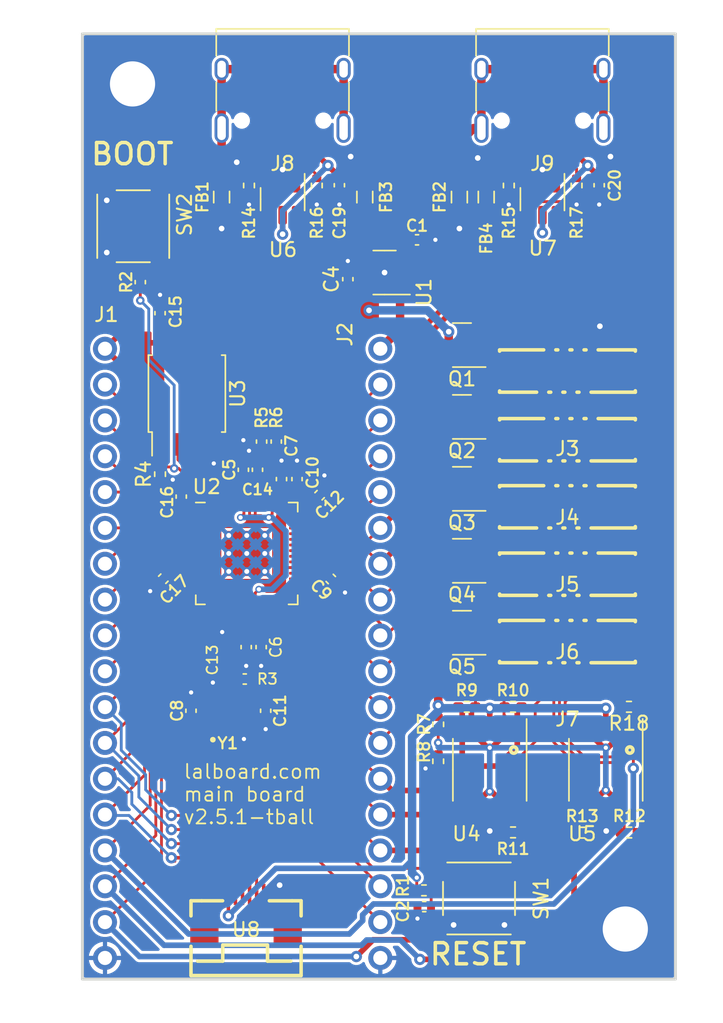
<source format=kicad_pcb>
(kicad_pcb (version 20241229) (generator "pcbnew") (generator_version "9.0")
  (layers (0 "F.Cu" signal) (2 "B.Cu" signal) (13 "F.Paste" user) (15 "B.Paste" user) (5 "F.SilkS" user "F.Silkscreen") (7 "B.SilkS" user "B.Silkscreen") (1 "F.Mask" user) (3 "B.Mask" user) (25 "Edge.Cuts" user))
  (net 0 "")
  (net 1 "GND")
  (net 2 "/RUN")
  (net 3 "Net-(R2-Pad1)")
  (net 4 "+5V")
  (net 5 "Net-(U6-VBUS)")
  (net 6 "+3.3V")
  (net 7 "/COL5")
  (net 8 "/COL4")
  (net 9 "/COL3")
  (net 10 "/COL2")
  (net 11 "/COL1")
  (net 12 "+1V1")
  (net 13 "Net-(U7-VBUS)")
  (net 14 "Net-(J8-SHIELD)")
  (net 15 "Net-(J9-SHIELD)")
  (net 16 "/GPIO0")
  (net 17 "/GPIO1")
  (net 18 "/GPIO2")
  (net 19 "/GPIO3")
  (net 20 "/GPIO4")
  (net 21 "/GPIO29_ADC3")
  (net 22 "/GPIO28_ADC2")
  (net 23 "/GPIO27_ADC1")
  (net 24 "/GPIO26_ADC0")
  (net 25 "/SWD")
  (net 26 "/SWCLK")
  (net 27 "/COL6")
  (net 28 "Net-(J3-Pin_8)")
  (net 29 "Net-(J4-Pin_8)")
  (net 30 "/D+")
  (net 31 "/D-")
  (net 32 "Net-(J5-Pin_8)")
  (net 33 "Net-(J6-Pin_8)")
  (net 34 "Net-(J8-CC1)")
  (net 36 "/U1TX")
  (net 37 "/U1RX")
  (net 38 "Net-(J8-CC2)")
  (net 40 "/RD-")
  (net 41 "/RD+")
  (net 42 "/U1RX_raw")
  (net 43 "/U1TX_raw")
  (net 44 "Net-(J9-CC1)")
  (net 46 "Net-(J9-CC2)")
  (net 48 "/QSPI_SS")
  (net 49 "/XOUT")
  (net 50 "/ROW5")
  (net 51 "/ROW4")
  (net 52 "/ROW3")
  (net 53 "/ROW2")
  (net 54 "/ROW1")
  (net 55 "/AMP_REF")
  (net 56 "/COL1_AMP")
  (net 57 "/COL2_AMP")
  (net 58 "/COL3_AMP")
  (net 59 "/COL4_AMP")
  (net 60 "/COL5_AMP")
  (net 61 "Net-(C11-Pad1)")
  (net 62 "Net-(U2-USB_DP)")
  (net 63 "Net-(U2-USB_DM)")
  (net 65 "/QSPI_SD1")
  (net 66 "/QSPI_SD2")
  (net 67 "/QSPI_SD0")
  (net 68 "/QSPI_SCLK")
  (net 69 "/QSPI_SD3")
  (net 70 "/XIN")
  (net 71 "Net-(J7-Pin_8)")
  (net 72 "Net-(U4C--)")
  (net 73 "/COL6_AMP")
  (net 74 "Net-(U5B--)")
  (net 77 "/SS1")
  (net 78 "/MISO1")
  (net 79 "/MOSI1")
  (net 80 "/SCK1")
  (net 81 "/GPIO5")
  (net 82 "/GPIO6")
  (net 83 "/GPIO7")
  (net 84 "/GPIO8")
  (footprint "Capacitor_SMD:C_0402_1005Metric" (layer "F.Cu") (at 173.7 47.6)
    (property "Reference" "C1")
    (property "Value" "10u")
  )
  (footprint "Package_TO_SOT_SMD:SOT-23-5" (layer "F.Cu") (at 171.4 49.92 180)
    (property "Reference" "U1")
    (property "Value" "XC6220B331MR")
  )
  (footprint "Package_TO_SOT_SMD:SOT-23-6" (layer "F.Cu") (at 182.58 44.72 -90)
    (property "Reference" "U7")
    (property "Value" "USBLC6-2SC6")
  )
  (footprint "Connector_USB:USB_C_Receptacle_HRO_TYPE-C-31-M-12" (layer "F.Cu") (at 182.58 36.55 180)
    (property "Reference" "J9")
    (property "Value" "TYPE-C-31-M-12")
  )
  (footprint "Inductor_SMD:L_0805_2012Metric" (layer "F.Cu") (at 178.6 44.57 90)
    (property "Reference" "FB4")
    (property "Value" "CBG201209U500T")
  )
  (footprint "lalboard:SW_TS-1187A-B-A-B" (layer "F.Cu") (at 178.09 94.285)
    (property "Reference" "SW1")
    (property "Value" "Reset")
  )
  (footprint "Package_TO_SOT_SMD:SOT-23-6" (layer "F.Cu") (at 164.18 44.72 -90)
    (property "Reference" "U6")
    (property "Value" "USBLC6-2SC6")
  )
  (footprint "Resistor_SMD:R_0402_1005Metric" (layer "F.Cu") (at 166.6 43.75 -90)
    (property "Reference" "R16")
    (property "Value" "5.1k")
  )
  (footprint "Inductor_SMD:L_0805_2012Metric" (layer "F.Cu") (at 159.86 44.57 -90)
    (property "Reference" "FB1")
    (property "Value" "CBG201209U500T")
  )
  (footprint "Connector_USB:USB_C_Receptacle_HRO_TYPE-C-31-M-12" (layer "F.Cu") (at 164.18 36.55 180)
    (property "Reference" "J8")
    (property "Value" "TYPE-C-31-M-12")
  )
  (footprint "Resistor_SMD:R_0402_1005Metric" (layer "F.Cu") (at 161.8 43.75 -90)
    (property "Reference" "R14")
    (property "Value" "5.1k")
  )
  (footprint "Inductor_SMD:L_0805_2012Metric" (layer "F.Cu") (at 170 44.57 90)
    (property "Reference" "FB3")
    (property "Value" "CBG201209U500T")
  )
  (footprint "Capacitor_SMD:C_0402_1005Metric" (layer "F.Cu") (at 174.21 94.86)
    (property "Reference" "C2")
    (property "Value" "100n")
  )
  (footprint "MountingHole:MountingHole_3.2mm_M3_DIN965_Pad" (layer "F.Cu") (at 188.45 96.45)
    (property "Reference" "H1")
    (property "Value" "MountingHole_Pad")
  )
  (footprint "MountingHole:MountingHole_3.2mm_M3_DIN965_Pad" (layer "F.Cu") (at 153.55 36.549999)
    (property "Reference" "H2")
    (property "Value" "MountingHole_Pad")
  )
  (footprint "Resistor_SMD:R_0402_1005Metric_Pad0.72x0.64mm_HandSolder" (layer "F.Cu") (at 177.225 80.7)
    (property "Reference" "R9")
    (property "Value" "2k")
  )
  (footprint "lalboard:TSSOP-14_4.4x5mm_P0.65mm" (layer "F.Cu") (at 178.85 85.1625 -90)
    (property "Reference" "U4")
    (property "Value" "COS724")
  )
  (footprint "lalboard:TSSOP-14_4.4x5mm_P0.65mm" (layer "F.Cu") (at 187.07 85.1625 -90)
    (property "Reference" "U5")
    (property "Value" "COS724")
  )
  (footprint "Resistor_SMD:R_0402_1005Metric" (layer "F.Cu") (at 175.2 84.56 -90)
    (property "Reference" "R8")
    (property "Value" "390k")
  )
  (footprint "lalboard:SW_TS-1187A-B-A-B" (layer "F.Cu") (at 153.6 46.6375 -90)
    (property "Reference" "SW2")
    (property "Value" "Boot")
  )
  (footprint "Inductor_SMD:L_0805_2012Metric" (layer "F.Cu") (at 176.7 44.57 -90)
    (property "Reference" "FB2")
    (property "Value" "CBG201209U500T")
  )
  (footprint "Capacitor_SMD:C_0402_1005Metric" (layer "F.Cu") (at 168.8 50.39 90)
    (property "Reference" "C4")
    (property "Value" "4.7u")
  )
  (footprint "Capacitor_SMD:C_0402_1005Metric" (layer "F.Cu") (at 168.2 43.73 -90)
    (property "Reference" "C19")
    (property "Value" "100n")
  )
  (footprint "Resistor_SMD:R_0402_1005Metric" (layer "F.Cu") (at 180.2 43.75 -90)
    (property "Reference" "R15")
    (property "Value" "5.1k")
  )
  (footprint "Resistor_SMD:R_0402_1005Metric" (layer "F.Cu") (at 185 43.75 -90)
    (property "Reference" "R17")
    (property "Value" "5.1k")
  )
  (footprint "Capacitor_SMD:C_0402_1005Metric" (layer "F.Cu") (at 186.6 43.73 -90)
    (property "Reference" "C20")
    (property "Value" "100n")
  )
  (footprint "Resistor_SMD:R_0402_1005Metric" (layer "F.Cu") (at 175.2 81.9425 -90)
    (property "Reference" "R7")
    (property "Value" "100k")
  )
  (footprint "Resistor_SMD:R_0402_1005Metric_Pad0.72x0.64mm_HandSolder" (layer "F.Cu") (at 188.73 89.61 180)
    (property "Reference" "R12")
    (property "Value" "2k")
  )
  (footprint "Resistor_SMD:R_0402_1005Metric_Pad0.72x0.64mm_HandSolder" (layer "F.Cu") (at 180.5 89.6 180)
    (property "Reference" "R11")
    (property "Value" "2k")
  )
  (footprint "Resistor_SMD:R_0402_1005Metric_Pad0.72x0.64mm_HandSolder" (layer "F.Cu") (at 185.4 89.62)
    (property "Reference" "R13")
    (property "Value" "2k")
  )
  (footprint "Resistor_SMD:R_0402_1005Metric_Pad0.72x0.64mm_HandSolder" (layer "F.Cu") (at 180.5 80.7 180)
    (property "Reference" "R10")
    (property "Value" "2k")
  )
  (footprint "Capacitor_SMD:C_0402_1005Metric" (layer "F.Cu") (at 163.73 61.9 -90)
    (property "Reference" "R6")
    (property "Value" "27")
  )
  (footprint "Capacitor_SMD:C_0402_1005Metric" (layer "F.Cu") (at 154.1 50.6 -90)
    (property "Reference" "R2")
    (property "Value" "1k")
  )
  (footprint "Capacitor_SMD:C_0402_1005Metric" (layer "F.Cu") (at 161.4 63.9 90)
    (property "Reference" "C5")
    (property "Value" "100n")
  )
  (footprint "Resistor_SMD:R_0402_1005Metric" (layer "F.Cu") (at 155.5 64.21 90)
    (property "Reference" "R4")
    (property "Value" "10k")
  )
  (footprint "Capacitor_SMD:C_0402_1005Metric" (layer "F.Cu") (at 164.1 64.56 90)
    (property "Reference" "C7")
    (property "Value" "1u")
  )
  (footprint "Capacitor_SMD:C_0402_1005Metric" (layer "F.Cu") (at 162.4 63.9 90)
    (property "Reference" "C14")
    (property "Value" "100n")
  )
  (footprint "easyeda2kicad:FPC-SMD_8P-P0.50_AFC11-S08ICC-00" (layer "F.Cu") (at 184.35 56.9 180)
    (property "Reference" "J3")
    (property "Value" "Conn_01x07")
  )
  (footprint "Connector_PinHeader_2.54mm:PinHeader_1x18_P2.54mm_Vertical" (layer "F.Cu") (at 151.6 55.32)
    (property "Reference" "J1")
    (property "Value" "Conn_01x18")
  )
  (footprint "Capacitor_SMD:C_0402_1005Metric" (layer "F.Cu") (at 155.73 71.62 -135)
    (property "Reference" "C17")
    (property "Value" "100n")
  )
  (footprint "Capacitor_SMD:C_0402_1005Metric" (layer "F.Cu") (at 166.8 65.7 45)
    (property "Reference" "C12")
    (property "Value" "100n")
  )
  (footprint "easyeda2kicad:FPC-SMD_6P-P0.50_FPC-0.5FX-6PWCR-H20" (layer "F.Cu") (at 161.59 95.2975 180)
    (property "Reference" "U8")
    (property "Value" "FPC-0.5FX-6PWCR-H20")
  )
  (footprint "Package_SO:SOIC-8_5.23x5.23mm_P1.27mm" (layer "F.Cu") (at 157.4 58.5 90)
    (property "Reference" "U3")
    (property "Value" "W25Q128JVS")
  )
  (footprint "Capacitor_SMD:C_0402_1005Metric" (layer "F.Cu") (at 162.98 80.98 -90)
    (property "Reference" "C11")
    (property "Value" "30pF")
  )
  (footprint "Resistor_SMD:R_0402_1005Metric" (layer "F.Cu") (at 174.19 93.71)
    (property "Reference" "R1")
    (property "Value" "1.5k")
  )
  (footprint "Package_TO_SOT_SMD:SOT-23" (layer "F.Cu") (at 176.8825 60.15 180)
    (property "Reference" "Q2")
    (property "Value" "DMG2301L-7")
  )
  (footprint "Capacitor_SMD:C_0402_1005Metric" (layer "F.Cu") (at 162.69 61.9 -90)
    (property "Reference" "R5")
    (property "Value" "27")
  )
  (footprint "easyeda2kicad:FPC-SMD_8P-P0.50_AFC11-S08ICC-00" (layer "F.Cu") (at 184.35 76.075 180)
    (property "Reference" "J7")
    (property "Value" "Conn_01x07")
  )
  (footprint "Package_TO_SOT_SMD:SOT-23" (layer "F.Cu") (at 176.8825 65.25 180)
    (property "Reference" "Q3")
    (property "Value" "DMG2301L-7")
  )
  (footprint "Capacitor_SMD:C_0402_1005Metric" (layer "F.Cu") (at 157.69 80.98 90)
    (property "Reference" "C8")
    (property "Value" "30pF")
  )
  (footprint "easyeda2kicad:FPC-SMD_8P-P0.50_AFC11-S08ICC-00" (layer "F.Cu") (at 184.35 66.525 180)
    (property "Reference" "J5")
    (property "Value" "Conn_01x07")
  )
  (footprint "Connector_PinHeader_2.54mm:PinHeader_1x18_P2.54mm_Vertical" (layer "F.Cu") (at 171.1 55.32)
    (property "Reference" "J2")
    (property "Value" "Conn_01x18")
  )
  (footprint "Capacitor_SMD:C_0402_1005Metric" (layer "F.Cu") (at 155.5 52.8 90)
    (property "Reference" "C15")
    (property "Value" "100n")
  )
  (footprint "Package_TO_SOT_SMD:SOT-23" (layer "F.Cu") (at 176.8825 70.35 180)
    (property "Reference" "Q4")
    (property "Value" "DMG2301L-7")
  )
  (footprint "Capacitor_SMD:C_0402_1005Metric" (layer "F.Cu") (at 167.59 71.64 -45)
    (property "Reference" "C9")
    (property "Value" "100n")
  )
  (footprint "Capacitor_SMD:C_0402_1005Metric" (layer "F.Cu") (at 161.5 78.73)
    (property "Reference" "R3")
    (property "Value" "1k")
  )
  (footprint "easyeda2kicad:FPC-SMD_8P-P0.50_AFC11-S08ICC-00" (layer "F.Cu") (at 184.35 61.77 180)
    (property "Reference" "J4")
    (property "Value" "Conn_01x07")
  )
  (footprint "Package_TO_SOT_SMD:SOT-23" (layer "F.Cu") (at 176.8825 75.45 180)
    (property "Reference" "Q5")
    (property "Value" "DMG2301L-7")
  )
  (footprint "Capacitor_SMD:C_0402_1005Metric" (layer "F.Cu") (at 162.66 76.467939 -90)
    (property "Reference" "C6")
    (property "Value" "100n")
  )
  (footprint "Capacitor_SMD:C_0402_1005Metric" (layer "F.Cu") (at 161.6 76.467939 -90)
    (property "Reference" "C13")
    (property "Value" "100n")
  )
  (footprint "Capacitor_SMD:C_0402_1005Metric" (layer "F.Cu") (at 157 65.8 90)
    (property "Reference" "C16")
    (property "Value" "100n")
  )
  (footprint "Capacitor_SMD:C_0402_1005Metric" (layer "F.Cu") (at 165.2 64.56 90)
    (property "Reference" "C10")
    (property "Value" "1u")
  )
  (footprint "Resistor_SMD:R_0402_1005Metric_Pad0.72x0.64mm_HandSolder" (layer "F.Cu") (at 188.71 80.7 180)
    (property "Reference" "R18")
    (property "Value" "2k")
  )
  (footprint "easyeda2kicad:FPC-SMD_8P-P0.50_AFC11-S08ICC-00" (layer "F.Cu") (at 184.35 71.3 180)
    (property "Reference" "J6")
    (property "Value" "Conn_01x07")
  )
  (footprint "lalboard:OSC_X322516MLB4SI" (layer "F.Cu") (at 160.34 80.98 90)
    (property "Reference" "Y1")
    (property "Value" "Crystal_GND24")
  )
  (footprint "Package_TO_SOT_SMD:SOT-23" (layer "F.Cu") (at 176.8825 55.06 180)
    (property "Reference" "Q1")
    (property "Value" "DMG2301L-7")
  )
  (footprint "lalboard:RP2040-QFN-56" (layer "F.Cu") (at 161.64 69.83)
    (property "Reference" "U2")
    (property "Value" "RP2040")
  )
  (gr_line (start 150 32.999999) (end 150 100) (stroke (width 0.2)) (layer "Edge.Cuts"))
  (gr_line (start 150 100) (end 192 100) (stroke (width 0.2)) (layer "Edge.Cuts"))
  (gr_line (start 192 100) (end 192 32.999999) (stroke (width 0.2)) (layer "Edge.Cuts"))
  (gr_line (start 192 32.999999) (end 150 32.999999) (stroke (width 0.2)) (layer "Edge.Cuts"))
  (gr_text "RESET" (at 174.472143 99.11 0) (layer "F.SilkS") (effects (font (size 1.5 1.5) (thickness 0.25) (bold yes)) (justify left bottom)))
  (gr_text "BOOT" (at 150.482143 42.4 0) (layer "F.SilkS") (effects (font (size 1.5 1.5) (thickness 0.25) (bold yes)) (justify left bottom)))
  (gr_text "lalboard.com\nmain board\nv2.5.1-tball" (at 157.1 86.9 0) (layer "F.SilkS") (effects (font (size 1 1) (thickness 0.125)) (justify left)))
  (segment (start 155.6 86.5) (end 155.6 86.065686) (width 0.2) (layer "B.Cu") (net 0))
  (segment (start 187.4 41.7) (end 187.4 41.7) (width 0.4) (layer "F.Cu") (net 1))
  (segment (start 169 41.7) (end 169 41.7) (width 0.4) (layer "F.Cu") (net 1))
  (segment (start 164.2 43.6) (end 164.18 43.62) (width 0.25) (layer "F.Cu") (net 1))
  (segment (start 161.81 81.46) (end 161.44 81.83) (width 0.2) (layer "F.Cu") (net 1))
  (segment (start 169.3974 44.894) (end 167.139411 47.151989) (width 0.2) (layer "F.Cu") (net 1))
  (segment (start 162.84 93.9975) (end 163.3125 93.9975) (width 0.25) (layer "F.Cu") (net 1))
  (segment (start 163.3125 93.9975) (end 163.97 93.34) (width 0.25) (layer "F.Cu") (net 1))
  (segment (start 183.870968 44.894) (end 169.3974 44.894) (width 0.2) (layer "F.Cu") (net 1))
  (segment (start 186.1 45.6) (end 186.6 45.1) (width 0.25) (layer "F.Cu") (net 1))
  (segment (start 162.4 63.15) (end 161.8 62.55) (width 0.2) (layer "F.Cu") (net 1))
  (segment (start 187.07 89.47) (end 187.1 89.5) (width 0.2) (layer "F.Cu") (net 1))
  (segment (start 159.9 75.037032) (end 159.9 75.4) (width 0.2) (layer "F.Cu") (net 1))
  (segment (start 168.535 41.7) (end 169 41.7) (width 0.4) (layer "F.Cu") (net 1))
  (segment (start 168.2 44.21) (end 168.2 45.1) (width 0.2) (layer "F.Cu") (net 1))
  (segment (start 186.1 65.025) (end 186.1 47.123032) (width 0.2) (layer "F.Cu") (net 1))
  (segment (start 155.5 52.32) (end 155.5 51.5) (width 0.2) (layer "F.Cu") (net 1))
  (segment (start 185.83 40.595) (end 186.935 41.7) (width 0.4) (layer "F.Cu") (net 1))
  (segment (start 158.84 79.73) (end 159.24 80.13) (width 0.2) (layer "F.Cu") (net 1))
  (segment (start 162.98 81.46) (end 162.98 82.282061) (width 0.2) (layer "F.Cu") (net 1))
  (segment (start 186.6 44.21) (end 186.6 45.1) (width 0.2) (layer "F.Cu") (net 1))
  (segment (start 161.4 61.8) (end 161.4 62.2) (width 0.2) (layer "F.Cu") (net 1))
  (segment (start 165.2 64.08) (end 165.2 63.25) (width 0.2) (layer "F.Cu") (net 1))
  (segment (start 167.43 40.595) (end 168.535 41.7) (width 0.4) (layer "F.Cu") (net 1))
  (segment (start 159.86 45.6325) (end 159.86 46.8) (width 0.4) (layer "F.Cu") (net 1))
  (segment (start 186.1 65.025) (end 186.1 69.8) (width 0.2) (layer "F.Cu") (net 1))
  (segment (start 168.8 49.91) (end 168.8 49.1) (width 0.2) (layer "F.Cu") (net 1))
  (segment (start 186.1 65.025) (end 186.1 74.575) (width 0.2) (layer "F.Cu") (net 1))
  (segment (start 179.89 96.16) (end 181.09 96.16) (width 0.4) (layer "F.Cu") (net 1))
  (segment (start 185.83 40.595) (end 185.83 40.83) (width 0.4) (layer "F.Cu") (net 1))
  (segment (start 182.6 43.6) (end 182.58 43.62) (width 0.25) (layer "F.Cu") (net 1))
  (segment (start 164.18 43.62) (end 164.18 42.62) (width 0.25) (layer "F.Cu") (net 1))
  (segment (start 164.1 64.08) (end 164.1 63.25) (width 0.2) (layer "F.Cu") (net 1))
  (segment (start 185 44.26) (end 185 45.1) (width 0.2) (layer "F.Cu") (net 1))
  (segment (start 173.73 94.86) (end 173.73 95.71) (width 0.2) (layer "F.Cu") (net 1))
  (segment (start 179.205 40.595) (end 178 41.8) (width 0.4) (layer "F.Cu") (net 1))
  (segment (start 186.1 60.27) (end 186.1 65.025) (width 0.2) (layer "F.Cu") (net 1))
  (segment (start 180.2 44.26) (end 180.2 45.1) (width 0.2) (layer "F.Cu") (net 1))
  (segment (start 187.07 88.025) (end 187.07 89.47) (width 0.4) (layer "F.Cu") (net 1))
  (segment (start 182.58 43.62) (end 182.58 42.62) (width 0.25) (layer "F.Cu") (net 1))
  (segment (start 157.7 80.49) (end 157.69 80.5) (width 0.2) (layer "F.Cu") (net 1))
  (segment (start 157 65.32) (end 157 65.2) (width 0.2) (layer "F.Cu") (net 1))
  (segment (start 159.305 62.1) (end 159.305 63.45) (width 0.2) (layer "F.Cu") (net 1))
  (segment (start 161.6 76.947939) (end 161.6 77.8) (width 0.2) (layer "F.Cu") (net 1))
  (segment (start 161.19 62.69) (end 161.4 62.9) (width 0.2) (layer "F.Cu") (net 1))
  (segment (start 161.4 62.2) (end 161.19 62.41) (width 0.2) (layer "F.Cu") (net 1))
  (segment (start 159.24 80.13) (end 159.24 78.982061) (width 0.2) (layer "F.Cu") (net 1))
  (segment (start 186.1 55.4) (end 186.1 54.275) (width 0.2) (layer "F.Cu") (net 1))
  (segment (start 167.139411 47.151989) (end 167.139411 65.360589) (width 0.2) (layer "F.Cu") (net 1))
  (segment (start 167.139411 64.3) (end 167.139411 65.360589) (width 0.2) (layer "F.Cu") (net 1))
  (segment (start 174.18 47.6) (end 175 47.6) (width 0.2) (layer "F.Cu") (net 1))
  (segment (start 179.33 40.595) (end 179.205 40.595) (width 0.4) (layer "F.Cu") (net 1))
  (segment (start 157.69 80.5) (end 157.69 79.692061) (width 0.2) (layer "F.Cu") (net 1))
  (segment (start 160.64 73.2675) (end 160.64 74.297032) (width 0.2) (layer "F.Cu") (net 1))
  (segment (start 161.8 44.26) (end 161.8 45.1) (width 0.2) (layer "F.Cu") (net 1))
  (segment (start 171.4 49.92) (end 172.5 49.92) (width 0.56) (layer "F.Cu") (net 1))
  (segment (start 151.725 49.6375) (end 151.725 48.5) (width 0.4) (layer "F.Cu") (net 1))
  (segment (start 162.66 76.947939) (end 162.66 77.8) (width 0.2) (layer "F.Cu") (net 1))
  (segment (start 157.69 79.692061) (end 157.7 79.682061) (width 0.2) (layer "F.Cu") (net 1))
  (segment (start 157 65.2) (end 156.4 64.6) (width 0.2) (layer "F.Cu") (net 1))
  (segment (start 167.929411 71.979411) (end 167.979411 71.979411) (width 0.2) (layer "F.Cu") (net 1))
  (segment (start 161.44 81.83) (end 161.44 82.982061) (width 0.2) (layer "F.Cu") (net 1))
  (segment (start 160.64 74.297032) (end 159.9 75.037032) (width 0.2) (layer "F.Cu") (net 1))
  (segment (start 176.7 45.6325) (end 176.7 46.8) (width 0.4) (layer "F.Cu") (net 1))
  (segment (start 158.87 80.5) (end 159.24 80.13) (width 0.2) (layer "F.Cu") (net 1))
  (segment (start 186.1 47.123032) (end 183.870968 44.894) (width 0.2) (layer "F.Cu") (net 1))
  (segment (start 178.85 88.025) (end 178.85 89.5) (width 0.4) (layer "F.Cu") (net 1))
  (segment (start 162.4 63.42) (end 162.4 63.15) (width 0.2) (layer "F.Cu") (net 1))
  (segment (start 161.19 62.41) (end 161.19 62.69) (width 0.2) (layer "F.Cu") (net 1))
  (segment (start 161.4 62.9) (end 161.4 63.42) (width 0.2) (layer "F.Cu") (net 1))
  (segment (start 186.1 54.275) (end 186.65 53.725) (width 0.25) (layer "F.Cu") (net 1))
  (segment (start 186.1 55.4) (end 186.1 60.27) (width 0.2) (layer "F.Cu") (net 1))
  (segment (start 155.340589 71.959411) (end 154.8 72.5) (width 0.2) (layer "F.Cu") (net 1))
  (segment (start 176.29 96.16) (end 175.09 96.16) (width 0.4) (layer "F.Cu") (net 1))
  (segment (start 175.2 85.07) (end 174.3 85.07) (width 0.2) (layer "F.Cu") (net 1))
  (segment (start 186.935 41.7) (end 187.4 41.7) (width 0.4) (layer "F.Cu") (net 1))
  (segment (start 160.93 40.595) (end 160.93 42.1) (width 0.4) (layer "F.Cu") (net 1))
  (segment (start 155.390589 71.959411) (end 155.340589 71.959411) (width 0.2) (layer "F.Cu") (net 1))
  (segment (start 167.979411 71.979411) (end 168.6 72.6) (width 0.2) (layer "F.Cu") (net 1))
  (segment (start 166.6 44.26) (end 166.6 45.1) (width 0.2) (layer "F.Cu") (net 1))
  (segment (start 151.725 43.6375) (end 151.725 44.8) (width 0.4) (layer "F.Cu") (net 1))
  (via (at 167.139411 64.3) (size 0.6) (drill 0.3) (layers "F.Cu" "B.Cu") (net 1))
  (via (at 178 41.8) (size 0.8) (drill 0.4) (layers "F.Cu" "B.Cu") (net 1))
  (via (at 159.24 78.982061) (size 0.6) (drill 0.3) (layers "F.Cu" "B.Cu") (net 1))
  (via (at 168.8 49.1) (size 0.6) (drill 0.3) (layers "F.Cu" "B.Cu") (net 1))
  (via (at 180.2 45.1) (size 0.6) (drill 0.3) (layers "F.Cu" "B.Cu") (net 1))
  (via (at 164.18 42.62) (size 0.8) (drill 0.4) (layers "F.Cu" "B.Cu") (net 1))
  (via (at 160.93 42.1) (size 0.8) (drill 0.4) (layers "F.Cu" "B.Cu") (net 1))
  (via (at 178.85 89.5) (size 0.8) (drill 0.4) (layers "F.Cu" "B.Cu") (net 1))
  (via (at 157.7 79.682061) (size 0.6) (drill 0.3) (layers "F.Cu" "B.Cu") (net 1))
  (via (at 175 47.6) (size 0.6) (drill 0.3) (layers "F.Cu" "B.Cu") (net 1))
  (via (at 151.725 44.8) (size 0.8) (drill 0.4) (layers "F.Cu" "B.Cu") (net 1))
  (via (at 186.6 45.1) (size 0.6) (drill 0.3) (layers "F.Cu" "B.Cu") (net 1))
  (via (at 165.2 63.25) (size 0.6) (drill 0.3) (layers "F.Cu" "B.Cu") (net 1))
  (via (at 162.66 77.8) (size 0.6) (drill 0.3) (layers "F.Cu" "B.Cu") (net 1))
  (via (at 176.7 46.8) (size 0.8) (drill 0.4) (layers "F.Cu" "B.Cu") (net 1))
  (via (at 161.6 77.8) (size 0.6) (drill 0.3) (layers "F.Cu" "B.Cu") (net 1))
  (via (at 187.1 89.5) (size 0.8) (drill 0.4) (layers "F.Cu" "B.Cu") (net 1))
  (via (at 163.97 93.34) (size 0.8) (drill 0.4) (layers "F.Cu" "B.Cu") (net 1))
  (via (at 182.58 42.62) (size 0.8) (drill 0.4) (layers "F.Cu" "B.Cu") (net 1))
  (via (at 159.305 63.45) (size 0.6) (drill 0.3) (layers "F.Cu" "B.Cu") (net 1))
  (via (at 186.65 53.725) (size 0.8) (drill 0.4) (layers "F.Cu" "B.Cu") (net 1))
  (via (at 161.4 61.8) (size 0.6) (drill 0.3) (layers "F.Cu" "B.Cu") (net 1))
  (via (at 176.29 96.16) (size 0.8) (drill 0.4) (layers "F.Cu" "B.Cu") (net 1))
  (via (at 161.8 62.55) (size 0.6) (drill 0.3) (layers "F.Cu" "B.Cu") (net 1))
  (via (at 171.4 49.92) (size 0.8) (drill 0.4) (layers "F.Cu" "B.Cu") (net 1))
  (via (at 166.6 45.1) (size 0.6) (drill 0.3) (layers "F.Cu" "B.Cu") (net 1))
  (via (at 156.4 64.6) (size 0.6) (drill 0.3) (layers "F.Cu" "B.Cu") (net 1))
  (via (at 161.8 45.1) (size 0.6) (drill 0.3) (layers "F.Cu" "B.Cu") (net 1))
  (via (at 164.1 63.25) (size 0.6) (drill 0.3) (layers "F.Cu" "B.Cu") (net 1))
  (via (at 174.3 85.07) (size 0.6) (drill 0.3) (layers "F.Cu" "B.Cu") (net 1))
  (via (at 187.4 41.7) (size 0.8) (drill 0.4) (layers "F.Cu" "B.Cu") (net 1))
  (via (at 151.725 48.5) (size 0.8) (drill 0.4) (layers "F.Cu" "B.Cu") (net 1))
  (via (at 154.8 72.5) (size 0.6) (drill 0.3) (layers "F.Cu" "B.Cu") (net 1))
  (via (at 179.89 96.16) (size 0.8) (drill 0.4) (layers "F.Cu" "B.Cu") (net 1))
  (via (at 159.9 75.4) (size 0.6) (drill 0.3) (layers "F.Cu" "B.Cu") (net 1))
  (via (at 169 41.7) (size 0.8) (drill 0.4) (layers "F.Cu" "B.Cu") (net 1))
  (via (at 161.44 82.982061) (size 0.6) (drill 0.3) (layers "F.Cu" "B.Cu") (net 1))
  (via (at 155.5 51.5) (size 0.6) (drill 0.3) (layers "F.Cu" "B.Cu") (net 1))
  (via (at 185 45.1) (size 0.6) (drill 0.3) (layers "F.Cu" "B.Cu") (net 1))
  (via (at 162.98 82.282061) (size 0.6) (drill 0.3) (layers "F.Cu" "B.Cu") (net 1))
  (via (at 168.2 45.1) (size 0.6) (drill 0.3) (layers "F.Cu" "B.Cu") (net 1))
  (via (at 159.86 46.8) (size 0.8) (drill 0.4) (layers "F.Cu" "B.Cu") (net 1))
  (via (at 173.73 95.71) (size 0.6) (drill 0.3) (layers "F.Cu" "B.Cu") (net 1))
  (via (at 168.6 72.6) (size 0.6) (drill 0.3) (layers "F.Cu" "B.Cu") (net 1))
  (segment (start 175.09 92.41) (end 175.09 92.81) (width 0.4) (layer "F.Cu") (net 2))
  (segment (start 175.09 92.81) (end 174.7 93.2) (width 0.4) (layer "F.Cu") (net 2))
  (segment (start 170.620646 92.149999) (end 174.829999 92.149999) (width 0.2) (layer "F.Cu") (net 2))
  (segment (start 174.829999 92.149999) (end 175.09 92.41) (width 0.2) (layer "F.Cu") (net 2))
  (segment (start 166.6 77.165686) (end 166.6 88.129353) (width 0.2) (layer "F.Cu") (net 2))
  (segment (start 166.6 88.129353) (end 170.620646 92.149999) (width 0.2) (layer "F.Cu") (net 2))
  (segment (start 163.44 73.2675) (end 163.44 74.005686) (width 0.2) (layer "F.Cu") (net 2))
  (segment (start 174.7 93.71) (end 174.7 94.85) (width 0.2) (layer "F.Cu") (net 2))
  (segment (start 163.44 74.005686) (end 166.6 77.165686) (width 0.2) (layer "F.Cu") (net 2))
  (segment (start 175.09 92.41) (end 181.09 92.41) (width 0.4) (layer "F.Cu") (net 2))
  (segment (start 174.7 93.2) (end 174.7 93.71) (width 0.4) (layer "F.Cu") (net 2))
  (segment (start 174.7 94.85) (end 174.69 94.86) (width 0.2) (layer "F.Cu") (net 2))
  (segment (start 155.475 49.6375) (end 154.5825 49.6375) (width 0.2) (layer "F.Cu") (net 3))
  (segment (start 155.475 49.6375) (end 155.475 43.6375) (width 0.4) (layer "F.Cu") (net 3))
  (segment (start 154.5825 49.6375) (end 154.1 50.12) (width 0.2) (layer "F.Cu") (net 3))
  (segment (start 173.2 48.97) (end 173.9 49.67) (width 0.6) (layer "F.Cu") (net 4))
  (segment (start 173.2 50.87) (end 173.9 50.17) (width 0.6) (layer "F.Cu") (net 4))
  (segment (start 178.6 47.12) (end 175.8 49.92) (width 0.6) (layer "F.Cu") (net 4))
  (segment (start 172.5 50.87) (end 172.5 53.92) (width 0.6) (layer "F.Cu") (net 4))
  (segment (start 172.5375 50.87) (end 173.2 50.87) (width 0.6) (layer "F.Cu") (net 4))
  (segment (start 171.9325 45.6325) (end 172.5 46.2) (width 0.6) (layer "F.Cu") (net 4))
  (segment (start 178.6 45.6325) (end 178.6 47.12) (width 0.6) (layer "F.Cu") (net 4))
  (segment (start 172.5 53.92) (end 171.1 55.32) (width 0.6) (layer "F.Cu") (net 4))
  (segment (start 173.9 49.67) (end 173.9 49.92) (width 0.6) (layer "F.Cu") (net 4))
  (segment (start 172.5375 48.97) (end 173.2 48.97) (width 0.6) (layer "F.Cu") (net 4))
  (segment (start 175.8 49.92) (end 173.9 49.92) (width 0.6) (layer "F.Cu") (net 4))
  (segment (start 172.5 46.2) (end 172.5 47.6) (width 0.6) (layer "F.Cu") (net 4))
  (segment (start 173.9 50.17) (end 173.9 49.92) (width 0.6) (layer "F.Cu") (net 4))
  (segment (start 172.5 48.97) (end 172.5 47.6) (width 0.6) (layer "F.Cu") (net 4))
  (segment (start 170 45.6325) (end 171.9325 45.6325) (width 0.6) (layer "F.Cu") (net 4))
  (segment (start 173.22 47.6) (end 172.5 47.6) (width 0.4) (layer "F.Cu") (net 4))
  (segment (start 167.39 42.33) (end 167.46 42.33) (width 0.4) (layer "F.Cu") (net 5))
  (segment (start 166.63 40.595) (end 166.63 41.57) (width 0.4) (layer "F.Cu") (net 5))
  (segment (start 167.39 42.33) (end 168.5675 43.5075) (width 0.4) (layer "F.Cu") (net 5))
  (segment (start 165.823984 39) (end 166.63 39.806016) (width 0.4) (layer "F.Cu") (net 5))
  (segment (start 168.5675 43.5075) (end 170 43.5075) (width 0.4) (layer "F.Cu") (net 5))
  (segment (start 166.63 41.57) (end 167.39 42.33) (width 0.4) (layer "F.Cu") (net 5))
  (segment (start 161.73 40.595) (end 161.73 39.806016) (width 0.4) (layer "F.Cu") (net 5))
  (segment (start 166.63 39.806016) (end 166.63 40.595) (width 0.4) (layer "F.Cu") (net 5))
  (segment (start 164.18 45.8575) (end 164.18 47.2) (width 0.4) (layer "F.Cu") (net 5))
  (segment (start 161.73 39.806016) (end 162.536016 39) (width 0.4) (layer "F.Cu") (net 5))
  (segment (start 162.536016 39) (end 165.823984 39) (width 0.4) (layer "F.Cu") (net 5))
  (via (at 167.39 42.33) (size 0.8) (drill 0.4) (layers "F.Cu" "B.Cu") (net 5))
  (via (at 164.18 47.2) (size 0.8) (drill 0.4) (layers "F.Cu" "B.Cu") (net 5))
  (segment (start 167.39 42.33) (end 164.18 45.54) (width 0.4) (layer "B.Cu") (net 5))
  (segment (start 164.18 45.54) (end 164.18 47.2) (width 0.4) (layer "B.Cu") (net 5))
  (segment (start 178.85 82.3) (end 178.85 80.8) (width 0.4) (layer "F.Cu") (net 6))
  (segment (start 162.4 64.9) (end 162.25 65.05) (width 0.2) (layer "F.Cu") (net 6))
  (segment (start 175.2 81.4325) (end 175.2 80.6) (width 0.2) (layer "F.Cu") (net 6))
  (segment (start 175.945 74.065) (end 175.945 75.45) (width 0.6) (layer "F.Cu") (net 6))
  (segment (start 179.0585 75.97619) (end 179.0585 76.82381) (width 0.6) (layer "F.Cu") (net 6))
  (segment (start 163.84 66.3925) (end 163.84 67.23) (width 0.2) (layer "F.Cu") (net 6))
  (segment (start 165.015 66.465) (end 164.285 67.195) (width 0.4) (layer "F.Cu") (net 6))
  (segment (start 178.260736 56.939264) (end 175.945 59.255) (width 0.6) (layer "F.Cu") (net 6))
  (segment (start 178.53231 70.35) (end 179.0585 70.87619) (width 0.6) (layer "F.Cu") (net 6))
  (segment (start 162.24 65.06) (end 162.25 65.05) (width 0.2) (layer "F.Cu") (net 6))
  (segment (start 178.68131 77.201) (end 177.919 77.201) (width 0.6) (layer "F.Cu") (net 6))
  (segment (start 156.52 70.83) (end 156.069411 71.280589) (width 0.2) (layer "F.Cu") (net 6))
  (segment (start 175.945 55.06) (end 178.53231 55.06) (width 0.6) (layer "F.Cu") (net 6))
  (segment (start 161.84 72.43) (end 161.84 73.2675) (width 0.2) (layer "F.Cu") (net 6))
  (segment (start 175.945 75.45) (end 178.53231 75.45) (width 0.6) (layer "F.Cu") (net 6))
  (segment (start 175.945 65.25) (end 178.53231 65.25) (width 0.6) (layer "F.Cu") (net 6))
  (segment (start 162.25 65.05) (end 161.84 65.46) (width 0.2) (layer "F.Cu") (net 6))
  (segment (start 156.9 66.3) (end 155.5 64.9) (width 0.4) (layer "F.Cu") (net 6))
  (segment (start 161.6 75.348529) (end 161.6 75.987939) (width 0.2) (layer "F.Cu") (net 6))
  (segment (start 179.0585 55.58619) (end 179.0585 56.43381) (width 0.6) (layer "F.Cu") (net 6))
  (segment (start 159.039999 67.23) (end 158.93 67.23) (width 0.2) (layer "F.Cu") (net 6))
  (segment (start 155.495 54.9) (end 155.495 53.285) (width 0.2) (layer "F.Cu") (net 6))
  (segment (start 161.84 66.3925) (end 161.84 67.23) (width 0.2) (layer "F.Cu") (net 6))
  (segment (start 179.0585 70.87619) (end 179.0585 71.72381) (width 0.6) (layer "F.Cu") (net 6))
  (segment (start 175.945 60.15) (end 178.52674 60.15) (width 0.6) (layer "F.Cu") (net 6))
  (segment (start 178.67674 61.9) (end 178.4 61.9) (width 0.6) (layer "F.Cu") (net 6))
  (segment (start 159.11 67.38) (end 158.12 66.76) (width 0.39) (layer "F.Cu") (net 6))
  (segment (start 166.460589 66.039411) (end 166 65.578822) (width 0.4) (layer "F.Cu") (net 6))
  (segment (start 158.202499 70.83) (end 159.039999 70.83) (width 0.2) (layer "F.Cu") (net 6))
  (segment (start 155.5 64.58) (end 155.28 64.58) (width 0.4) (layer "F.Cu") (net 6))
  (segment (start 155.5 64.9) (end 155.5 64.58) (width 0.4) (layer "F.Cu") (net 6))
  (segment (start 173.68 93.71) (end 173.68 92.81) (width 0.2) (layer "F.Cu") (net 6))
  (segment (start 155.28 64.58) (end 154.8 64.1) (width 0.4) (layer "F.Cu") (net 6))
  (segment (start 179.0585 66.62381) (end 178.68131 67.001) (width 0.6) (layer "F.Cu") (net 6))
  (segment (start 161.84 65.46) (end 161.84 66.3925) (width 0.2) (layer "F.Cu") (net 6))
  (segment (start 175.945 54.11) (end 175.945 55.06) (width 0.6) (layer "F.Cu") (net 6))
  (segment (start 178.49231 72.29) (end 177.72 72.29) (width 0.6) (layer "F.Cu") (net 6))
  (segment (start 175.945 59.255) (end 175.945 60.15) (width 0.6) (layer "F.Cu") (net 6))
  (segment (start 175.2 79.92) (end 175.2 80.6) (width 0.6) (layer "F.Cu") (net 6))
  (segment (start 177.919 77.201) (end 175.2 79.92) (width 0.6) (layer "F.Cu") (net 6))
  (segment (start 178.68131 67.001) (end 178.229 67.001) (width 0.6) (layer "F.Cu") (net 6))
  (segment (start 158.202499 67.23) (end 159.039999 67.23) (width 0.2) (layer "F.Cu") (net 6))
  (segment (start 179.0575 61.51924) (end 178.67674 61.9) (width 0.6) (layer "F.Cu") (net 6))
  (segment (start 179.0585 56.43381) (end 178.553046 56.939264) (width 0.6) (layer "F.Cu") (net 6))
  (segment (start 187.07 82.3) (end 187.07 80.8) (width 0.4) (layer "F.Cu") (net 6))
  (segment (start 175.945 64.355) (end 175.945 65.25) (width 0.6) (layer "F.Cu") (net 6))
  (segment (start 162.24 66.3925) (end 162.24 65.06) (width 0.2) (layer "F.Cu") (net 6))
  (segment (start 179.0585 71.72381) (end 178.49231 72.29) (width 0.6) (layer "F.Cu") (net 6))
  (segment (start 158.12 67.135) (end 158.2025 67.135) (width 0.39) (layer "F.Cu") (net 6))
  (segment (start 175.945 70.35) (end 178.53231 70.35) (width 0.6) (layer "F.Cu") (net 6))
  (segment (start 158.2025 70.83) (end 156.52 70.83) (width 0.2) (layer "F.Cu") (net 6))
  (segment (start 164.24 66.3925) (end 164.24 67.23) (width 0.2) (layer "F.Cu") (net 6))
  (segment (start 164.24 67.23) (end 165.0775 67.23) (width 0.2) (layer "F.Cu") (net 6))
  (segment (start 162.24 66.3925) (end 162.24 67.23) (width 0.2) (layer "F.Cu") (net 6))
  (segment (start 175.945 69.285) (end 175.945 70.35) (width 0.6) (layer "F.Cu") (net 6))
  (segment (start 178.52674 60.15) (end 179.0575 60.68076) (width 0.6) (layer "F.Cu") (net 6))
  (segment (start 162.4 64.38) (end 162.4 64.9) (width 0.2) (layer "F.Cu") (net 6))
  (segment (start 158.12 66.76) (end 158.12 67.135) (width 0.39) (layer "F.Cu") (net 6))
  (segment (start 178.229 67.001) (end 175.945 69.285) (width 0.6) (layer "F.Cu") (net 6))
  (segment (start 160.34 95.512) (end 160.34 94.0315) (width 0.25) (layer "F.Cu") (net 6))
  (segment (start 178.53231 55.06) (end 179.0585 55.58619) (width 0.6) (layer "F.Cu") (net 6))
  (segment (start 164.15 70.83) (end 164.9875 70.83) (width 0.2) (layer "F.Cu") (net 6))
  (segment (start 177.72 72.29) (end 175.945 74.065) (width 0.6) (layer "F.Cu") (net 6))
  (segment (start 161.84 75.108529) (end 161.6 75.348529) (width 0.2) (layer "F.Cu") (net 6))
  (segment (start 179.0585 76.82381) (end 178.68131 77.201) (width 0.6) (layer "F.Cu") (net 6))
  (segment (start 160.31 94.0015) (end 160.314 93.9975) (width 0.2) (layer "F.Cu") (net 6))
  (segment (start 179.0575 60.68076) (end 179.0575 61.51924) (width 0.6) (layer "F.Cu") (net 6))
  (segment (start 178.4 61.9) (end 175.945 64.355) (width 0.6) (layer "F.Cu") (net 6))
  (segment (start 166.78 70.83) (end 167.250589 71.300589) (width 0.2) (layer "F.Cu") (net 6))
  (segment (start 155.495 53.285) (end 155.5 53.28) (width 0.2) (layer "F.Cu") (net 6))
  (segment (start 165.0775 70.83) (end 166.78 70.83) (width 0.2) (layer "F.Cu") (net 6))
  (segment (start 179.0585 65.77619) (end 179.0585 66.62381) (width 0.6) (layer "F.Cu") (net 6))
  (segment (start 161.84 73.2675) (end 161.84 75.108529) (width 0.2) (layer "F.Cu") (net 6))
  (segment (start 178.53231 65.25) (end 179.0585 65.77619) (width 0.6) (layer "F.Cu") (net 6))
  (segment (start 178.53231 75.45) (end 179.0585 75.97619) (width 0.6) (layer "F.Cu") (net 6))
  (segment (start 178.553046 56.939264) (end 178.260736 56.939264) (width 0.6) (layer "F.Cu") (net 6))
  (via (at 178.85 80.8) (size 0.8) (drill 0.4) (layers "F.Cu" "B.Cu") (net 6))
  (via (at 187.07 80.8) (size 0.8) (drill 0.4) (layers "F.Cu" "B.Cu") (net 6))
  (via (at 175.945 54.11) (size 0.8) (drill 0.4) (layers "F.Cu" "B.Cu") (net 6))
  (via (at 170.3 52.6) (size 0.8) (drill 0.4) (layers "F.Cu" "B.Cu") (net 6))
  (via (at 173.68 92.81) (size 0.6) (drill 0.3) (layers "F.Cu" "B.Cu") (net 6))
  (via (at 175.2 80.6) (size 0.8) (drill 0.4) (layers "F.Cu" "B.Cu") (net 6))
  (via (at 160.339998 95.512) (size 0.8) (drill 0.4) (layers "F.Cu" "B.Cu") (net 6))
  (segment (start 175.4 80.8) (end 173.35 82.85) (width 0.6) (layer "B.Cu") (net 6))
  (segment (start 163.701998 92.15) (end 160.339998 95.512) (width 0.4) (layer "B.Cu") (net 6))
  (segment (start 173.35 82.85) (end 173.35 92.48) (width 0.6) (layer "B.Cu") (net 6))
  (segment (start 173.35 91.56) (end 172.76 92.15) (width 0.4) (layer "B.Cu") (net 6))
  (segment (start 174.445 52.6) (end 175.945 54.1) (width 0.6) (layer "B.Cu") (net 6))
  (segment (start 170.3 52.6) (end 174.445 52.6) (width 0.6) (layer "B.Cu") (net 6))
  (segment (start 173.35 92.48) (end 173.68 92.81) (width 0.6) (layer "B.Cu") (net 6))
  (segment (start 172.76 92.15) (end 163.701998 92.15) (width 0.4) (layer "B.Cu") (net 6))
  (segment (start 178.85 80.8) (end 187.07 80.8) (width 0.6) (layer "B.Cu") (net 6))
  (segment (start 178.85 80.8) (end 175.4 80.8) (width 0.6) (layer "B.Cu") (net 6))
  (segment (start 185.1 60.27) (end 185.1 65.025) (width 0.2) (layer "F.Cu") (net 7))
  (segment (start 185.1 78.867929) (end 185.1 74.575) (width 0.2) (layer "F.Cu") (net 7))
  (segment (start 183.789 83.053314) (end 183.789 80.178928) (width 0.2) (layer "F.Cu") (net 7))
  (segment (start 187.63 84.65) (end 185.385686 84.65) (width 0.2) (layer "F.Cu") (net 7))
  (segment (start 188.37 85.39) (end 187.63 84.65) (width 0.2) (layer "F.Cu") (net 7))
  (segment (start 183.789 80.178928) (end 185.1 78.867929) (width 0.2) (layer "F.Cu") (net 7))
  (segment (start 185.385686 84.65) (end 183.789 83.053314) (width 0.2) (layer "F.Cu") (net 7))
  (segment (start 185.1 65.025) (end 185.1 74.575) (width 0.2) (layer "F.Cu") (net 7))
  (segment (start 188.37 89.3725) (end 188.1325 89.61) (width 0.2) (layer "F.Cu") (net 7))
  (segment (start 185.1 55.4) (end 185.1 60.27) (width 0.2) (layer "F.Cu") (net 7))
  (segment (start 185.1 65.025) (end 185.1 69.8) (width 0.2) (layer "F.Cu") (net 7))
  (segment (start 188.37 88.025) (end 188.37 85.39) (width 0.2) (layer "F.Cu") (net 7))
  (segment (start 188.37 88.025) (end 188.37 89.3725) (width 0.2) (layer "F.Cu") (net 7))
  (segment (start 184.6 58.4) (end 184.6 72.8) (width 0.2) (layer "F.Cu") (net 8))
  (segment (start 185.77 88.025) (end 185.77 89.4625) (width 0.2) (layer "F.Cu") (net 8))
  (segment (start 184.6 77.575) (end 184.6 78.80083) (width 0.2) (layer "F.Cu") (net 8))
  (segment (start 185.77 85.6) (end 185.77 87.524) (width 0.2) (layer "F.Cu") (net 8))
  (segment (start 183.389 83.219) (end 185.77 85.6) (width 0.2) (layer "F.Cu") (net 8))
  (segment (start 184.6 78.80083) (end 183.389 80.01183) (width 0.2) (layer "F.Cu") (net 8))
  (segment (start 184.6 58.4) (end 184.6 68.025) (width 0.2) (layer "F.Cu") (net 8))
  (segment (start 185.77 89.4625) (end 186.0175 89.71) (width 0.2) (layer "F.Cu") (net 8))
  (segment (start 184.6 58.4) (end 184.6 63.27) (width 0.2) (layer "F.Cu") (net 8))
  (segment (start 183.389 80.01183) (end 183.389 83.219) (width 0.2) (layer "F.Cu") (net 8))
  (segment (start 184.1 65.025) (end 184.1 69.8) (width 0.2) (layer "F.Cu") (net 9))
  (segment (start 182.07 80.55) (end 182.07 83.159742) (width 0.2) (layer "F.Cu") (net 9))
  (segment (start 184.1 60.27) (end 184.1 65.025) (width 0.2) (layer "F.Cu") (net 9))
  (segment (start 180.15 89.415) (end 179.965 89.6) (width 0.4) (layer "F.Cu") (net 9))
  (segment (start 180.15 88.025) (end 180.15 89.415) (width 0.4) (layer "F.Cu") (net 9))
  (segment (start 184.1 65.025) (end 184.1 74.575) (width 0.2) (layer "F.Cu") (net 9))
  (segment (start 184.1 74.575) (end 184.1 78.52) (width 0.2) (layer "F.Cu") (net 9))
  (segment (start 180.15 85.079742) (end 180.15 88.025) (width 0.2) (layer "F.Cu") (net 9))
  (segment (start 182.07 83.159742) (end 180.15 85.079742) (width 0.2) (layer "F.Cu") (net 9))
  (segment (start 184.1 78.52) (end 182.07 80.55) (width 0.2) (layer "F.Cu") (net 9))
  (segment (start 184.1 55.4) (end 184.1 60.27) (width 0.2) (layer "F.Cu") (net 9))
  (segment (start 183.6 78.45) (end 182.29 79.76) (width 0.2) (layer "F.Cu") (net 10))
  (segment (start 183.6 58.4) (end 183.6 63.27) (width 0.2) (layer "F.Cu") (net 10))
  (segment (start 183.6 58.4) (end 183.6 68.025) (width 0.2) (layer "F.Cu") (net 10))
  (segment (start 179.86 80.21) (end 179.86 81.272501) (width 0.2) (layer "F.Cu") (net 10))
  (segment (start 182.29 79.76) (end 180.31 79.76) (width 0.2) (layer "F.Cu") (net 10))
  (segment (start 180.31 79.76) (end 179.86 80.21) (width 0.2) (layer "F.Cu") (net 10))
  (segment (start 180.15 81.562501) (end 180.15 82.3) (width 0.2) (layer "F.Cu") (net 10))
  (segment (start 179.86 81.272501) (end 180.15 81.562501) (width 0.2) (layer "F.Cu") (net 10))
  (segment (start 183.6 58.4) (end 183.6 72.8) (width 0.2) (layer "F.Cu") (net 10))
  (segment (start 183.6 58.4) (end 183.6 77.575) (width 0.2) (layer "F.Cu") (net 10))
  (segment (start 183.6 77.575) (end 183.6 78.45) (width 0.2) (layer "F.Cu") (net 10))
  (segment (start 182.12 79.36) (end 178.54 79.36) (width 0.2) (layer "F.Cu") (net 11))
  (segment (start 177.92328 80.7) (end 177.8225 80.7) (width 0.25) (layer "F.Cu") (net 11))
  (segment (start 177.55 80.885) (end 177.735 80.7) (width 0.4) (layer "F.Cu") (net 11))
  (segment (start 183.1 69.8) (end 183.1 74.575) (width 0.2) (layer "F.Cu") (net 11))
  (segment (start 183.1 74.575) (end 183.1 78.38) (width 0.2) (layer "F.Cu") (net 11))
  (segment (start 177.84 80.61672) (end 177.92328 80.7) (width 0.2) (layer "F.Cu") (net 11))
  (segment (start 183.1 60.27) (end 183.1 65.025) (width 0.2) (layer "F.Cu") (net 11))
  (segment (start 183.1 55.4) (end 183.1 60.27) (width 0.2) (layer "F.Cu") (net 11))
  (segment (start 177.84 80.06) (end 177.84 80.61672) (width 0.2) (layer "F.Cu") (net 11))
  (segment (start 177.55 82.3) (end 177.55 80.885) (width 0.4) (layer "F.Cu") (net 11))
  (segment (start 183.1 65.025) (end 183.1 69.8) (width 0.2) (layer "F.Cu") (net 11))
  (segment (start 183.1 78.38) (end 182.12 79.36) (width 0.2) (layer "F.Cu") (net 11))
  (segment (start 178.54 79.36) (end 177.84 80.06) (width 0.2) (layer "F.Cu") (net 11))
  (segment (start 162.24 73.2675) (end 162.24 72.63) (width 0.2) (layer "F.Cu") (net 12))
  (segment (start 161.44 66.3925) (end 161.44 64.42) (width 0.2) (layer "F.Cu") (net 12))
  (segment (start 162.24 74.697033) (end 162.66 75.117033) (width 0.2) (layer "F.Cu") (net 12))
  (segment (start 163.44 65.58) (end 163.98 65.04) (width 0.2) (layer "F.Cu") (net 12))
  (segment (start 163.44 67.04) (end 163.2 67.28) (width 0.2) (layer "F.Cu") (net 12))
  (segment (start 163.98 65.04) (end 164.1 65.04) (width 0.2) (layer "F.Cu") (net 12))
  (segment (start 161.44 64.42) (end 161.4 64.38) (width 0.2) (layer "F.Cu") (net 12))
  (segment (start 163.44 66.3925) (end 163.44 67.04) (width 0.2) (layer "F.Cu") (net 12))
  (segment (start 162.24 73.2675) (end 162.24 74.697033) (width 0.2) (layer "F.Cu") (net 12))
  (segment (start 162.24 72.63) (end 162.5 72.37) (width 0.2) (layer "F.Cu") (net 12))
  (segment (start 162.66 75.117033) (end 162.66 75.987939) (width 0.2) (layer "F.Cu") (net 12))
  (segment (start 161.44 66.3925) (end 161.44 67.04) (width 0.2) (layer "F.Cu") (net 12))
  (segment (start 161.44 67.04) (end 161.2 67.28) (width 0.2) (layer "F.Cu") (net 12))
  (segment (start 163.44 66.3925) (end 163.44 65.58) (width 0.2) (layer "F.Cu") (net 12))
  (via (at 163.2 67.28) (size 0.5) (drill 0.3) (layers "F.Cu" "B.Cu") (net 12))
  (via (at 161.2 67.28) (size 0.5) (drill 0.3) (layers "F.Cu" "B.Cu") (net 12))
  (via (at 162.5 72.37) (size 0.5) (drill 0.3) (layers "F.Cu" "B.Cu") (net 12))
  (segment (start 163.44 67.28) (end 164.41 68.25) (width 0.4) (layer "B.Cu") (net 12))
  (segment (start 163.2 67.28) (end 161.2 67.28) (width 0.4) (layer "B.Cu") (net 12))
  (segment (start 163.43 72.37) (end 162.5 72.37) (width 0.4) (layer "B.Cu") (net 12))
  (segment (start 163.2 67.28) (end 163.44 67.28) (width 0.4) (layer "B.Cu") (net 12))
  (segment (start 164.41 71.39) (end 163.43 72.37) (width 0.4) (layer "B.Cu") (net 12))
  (segment (start 164.41 68.25) (end 164.41 71.39) (width 0.4) (layer "B.Cu") (net 12))
  (segment (start 185.03 41.57) (end 185.79 42.33) (width 0.4) (layer "F.Cu") (net 13))
  (segment (start 186.6 43.25) (end 186.6 43.14) (width 0.4) (layer "F.Cu") (net 13))
  (segment (start 185.03 39.854314) (end 185.03 40.595) (width 0.4) (layer "F.Cu") (net 13))
  (segment (start 180.13 39.854314) (end 180.964315 39.019999) (width 0.4) (layer "F.Cu") (net 13))
  (segment (start 180.13 41.385686) (end 178.6 42.915686) (width 0.4) (layer "F.Cu") (net 13))
  (segment (start 184.195685 39.019999) (end 185.03 39.854314) (width 0.4) (layer "F.Cu") (net 13))
  (segment (start 180.13 40.595) (end 180.13 41.385686) (width 0.4) (layer "F.Cu") (net 13))
  (segment (start 178.6 42.915686) (end 178.6 43.5075) (width 0.4) (layer "F.Cu") (net 13))
  (segment (start 180.964315 39.019999) (end 184.195685 39.019999) (width 0.4) (layer "F.Cu") (net 13))
  (segment (start 185.03 40.595) (end 185.03 41.57) (width 0.4) (layer "F.Cu") (net 13))
  (segment (start 182.58 45.8575) (end 182.58 47.1) (width 0.4) (layer "F.Cu") (net 13))
  (segment (start 180.13 40.595) (end 180.13 39.854314) (width 0.4) (layer "F.Cu") (net 13))
  (segment (start 186.6 43.14) (end 185.79 42.33) (width 0.4) (layer "F.Cu") (net 13))
  (via (at 185.79 42.33) (size 0.8) (drill 0.4) (layers "F.Cu" "B.Cu") (net 13))
  (via (at 182.58 47.1) (size 0.8) (drill 0.4) (layers "F.Cu" "B.Cu") (net 13))
  (segment (start 182.58 45.54) (end 182.58 47.1) (width 0.4) (layer "B.Cu") (net 13))
  (segment (start 185.79 42.33) (end 182.58 45.54) (width 0.4) (layer "B.Cu") (net 13))
  (segment (start 168.5 35.5) (end 159.86 35.5) (width 0.6) (layer "F.Cu") (net 14))
  (segment (start 159.86 35.5) (end 159.86 39.68) (width 0.6) (layer "F.Cu") (net 14))
  (segment (start 168.5 35.5) (end 168.5 39.68) (width 0.6) (layer "F.Cu") (net 14))
  (segment (start 159.86 39.68) (end 159.86 43.5075) (width 0.6) (layer "F.Cu") (net 14))
  (segment (start 186.9 35.5) (end 186.9 39.68) (width 0.6) (layer "F.Cu") (net 15))
  (segment (start 178.26 35.5) (end 178.26 39.68) (width 0.6) (layer "F.Cu") (net 15))
  (segment (start 177.72 39.68) (end 176.7 40.7) (width 0.6) (layer "F.Cu") (net 15))
  (segment (start 178.26 39.68) (end 177.72 39.68) (width 0.6) (layer "F.Cu") (net 15))
  (segment (start 186.9 35.5) (end 178.26 35.5) (width 0.6) (layer "F.Cu") (net 15))
  (segment (start 176.7 40.7) (end 176.7 43.5075) (width 0.6) (layer "F.Cu") (net 15))
  (segment (start 154.89 65.098628) (end 154.2 64.408628) (width 0.2) (layer "F.Cu") (net 16))
  (segment (start 158.2025 67.63) (end 157.417746 67.63) (width 0.2) (layer "F.Cu") (net 16))
  (segment (start 157.417746 67.63) (end 154.89 65.102254) (width 0.2) (layer "F.Cu") (net 16))
  (segment (start 154.2 64.408628) (end 154.2 60.46) (width 0.2) (layer "F.Cu") (net 16))
  (segment (start 154.2 60.46) (end 151.6 57.86) (width 0.2) (layer "F.Cu") (net 16))
  (segment (start 154.89 65.102254) (end 154.89 65.098628) (width 0.2) (layer "F.Cu") (net 16))
  (segment (start 158.2025 68.03) (end 157.25206 68.03) (width 0.2) (layer "F.Cu") (net 17))
  (segment (start 157.25206 68.03) (end 154.49 65.26794) (width 0.2) (layer "F.Cu") (net 17))
  (segment (start 153.6 64.374314) (end 153.6 62.4) (width 0.2) (layer "F.Cu") (net 17))
  (segment (start 154.49 65.264314) (end 153.6 64.374314) (width 0.2) (layer "F.Cu") (net 17))
  (segment (start 154.49 65.26794) (end 154.49 65.264314) (width 0.2) (layer "F.Cu") (net 17))
  (segment (start 153.6 62.4) (end 151.6 60.4) (width 0.2) (layer "F.Cu") (net 17))
  (segment (start 157.086374 68.43) (end 154.09 65.433624) (width 0.2) (layer "F.Cu") (net 18))
  (segment (start 154.09 65.433624) (end 154.09 65.43) (width 0.2) (layer "F.Cu") (net 18))
  (segment (start 154.09 65.43) (end 151.6 62.94) (width 0.2) (layer "F.Cu") (net 18))
  (segment (start 158.2025 68.43) (end 157.086374 68.43) (width 0.2) (layer "F.Cu") (net 18))
  (segment (start 153.57069 65.48) (end 151.6 65.48) (width 0.2) (layer "F.Cu") (net 19))
  (segment (start 158.2025 68.83) (end 156.920688 68.83) (width 0.2) (layer "F.Cu") (net 19))
  (segment (start 156.920688 68.83) (end 153.57069 65.48) (width 0.2) (layer "F.Cu") (net 19))
  (segment (start 158.2025 69.23) (end 156.755002 69.23) (width 0.2) (layer "F.Cu") (net 20))
  (segment (start 155.545004 68.02) (end 151.6 68.02) (width 0.2) (layer "F.Cu") (net 20))
  (segment (start 156.755002 69.23) (end 155.545004 68.02) (width 0.2) (layer "F.Cu") (net 20))
  (segment (start 171.1 57.86) (end 168.083873 60.876127) (width 0.2) (layer "F.Cu") (net 21))
  (segment (start 168.083873 65.416127) (end 165.87 67.63) (width 0.2) (layer "F.Cu") (net 21))
  (segment (start 165.87 67.63) (end 165.0775 67.63) (width 0.2) (layer "F.Cu") (net 21))
  (segment (start 168.083873 60.876127) (end 168.083873 65.416127) (width 0.2) (layer "F.Cu") (net 21))
  (segment (start 168.483873 63.016127) (end 171.1 60.4) (width 0.2) (layer "F.Cu") (net 22))
  (segment (start 168.483873 65.581813) (end 168.483873 63.016127) (width 0.2) (layer "F.Cu") (net 22))
  (segment (start 165.0775 68.03) (end 166.035686 68.03) (width 0.2) (layer "F.Cu") (net 22))
  (segment (start 166.035686 68.03) (end 168.483873 65.581813) (width 0.2) (layer "F.Cu") (net 22))
  (segment (start 168.883873 65.747499) (end 168.883873 65.156127) (width 0.2) (layer "F.Cu") (net 23))
  (segment (start 166.201372 68.43) (end 168.883873 65.747499) (width 0.2) (layer "F.Cu") (net 23))
  (segment (start 168.883873 65.156127) (end 171.1 62.94) (width 0.2) (layer "F.Cu") (net 23))
  (segment (start 165.0775 68.43) (end 166.201372 68.43) (width 0.2) (layer "F.Cu") (net 23))
  (segment (start 165.0775 68.83) (end 167.75 68.83) (width 0.2) (layer "F.Cu") (net 24))
  (segment (start 167.75 68.83) (end 171.1 65.48) (width 0.2) (layer "F.Cu") (net 24))
  (segment (start 163.04 74.171372) (end 166.2 77.331372) (width 0.2) (layer "F.Cu") (net 25))
  (segment (start 163.04 73.2675) (end 163.04 74.171372) (width 0.2) (layer "F.Cu") (net 25))
  (segment (start 166.2 88.52) (end 171.1 93.42) (width 0.2) (layer "F.Cu") (net 25))
  (segment (start 166.2 77.331372) (end 166.2 88.52) (width 0.2) (layer "F.Cu") (net 25))
  (segment (start 162.64 74.337058) (end 165.8 77.497058) (width 0.2) (layer "F.Cu") (net 26))
  (segment (start 162.64 73.2675) (end 162.64 74.337058) (width 0.2) (layer "F.Cu") (net 26))
  (segment (start 165.8 77.497058) (end 165.8 90.66) (width 0.2) (layer "F.Cu") (net 26))
  (segment (start 165.8 90.66) (end 171.1 95.96) (width 0.2) (layer "F.Cu") (net 26))
  (segment (start 185.551372 84.25) (end 187.63 84.25) (width 0.2) (layer "F.Cu") (net 27))
  (segment (start 184.189 82.887628) (end 185.551372 84.25) (width 0.2) (layer "F.Cu") (net 27))
  (segment (start 188.1125 80.72) (end 188.37 80.9775) (width 0.2) (layer "F.Cu") (net 27))
  (segment (start 188.37 80.9775) (end 188.37 82.3) (width 0.2) (layer "F.Cu") (net 27))
  (segment (start 184.189 80.344614) (end 184.189 82.887628) (width 0.2) (layer "F.Cu") (net 27))
  (segment (start 187.63 84.25) (end 188.37 83.51) (width 0.2) (layer "F.Cu") (net 27))
  (segment (start 185.6 58.4) (end 185.6 72.8) (width 0.2) (layer "F.Cu") (net 27))
  (segment (start 185.6 77.575) (end 185.6 78.933614) (width 0.2) (layer "F.Cu") (net 27))
  (segment (start 188.37 83.51) (end 188.37 82.3) (width 0.2) (layer "F.Cu") (net 27))
  (segment (start 185.6 58.4) (end 185.6 63.27) (width 0.2) (layer "F.Cu") (net 27))
  (segment (start 185.6 58.4) (end 185.6 77.575) (width 0.2) (layer "F.Cu") (net 27))
  (segment (start 185.6 58.4) (end 185.6 68.025) (width 0.2) (layer "F.Cu") (net 27))
  (segment (start 185.6 78.933614) (end 184.189 80.344614) (width 0.2) (layer "F.Cu") (net 27))
  (segment (start 182.6 54.9) (end 182.6 58.4) (width 0.2) (layer "F.Cu") (net 28))
  (segment (start 181.81 54.11) (end 182.6 54.9) (width 0.2) (layer "F.Cu") (net 28))
  (segment (start 177.82 54.11) (end 181.81 54.11) (width 0.2) (layer "F.Cu") (net 28))
  (segment (start 182.03 59.2) (end 182.6 59.77) (width 0.2) (layer "F.Cu") (net 29))
  (segment (start 177.82 59.2) (end 182.03 59.2) (width 0.2) (layer "F.Cu") (net 29))
  (segment (start 182.6 59.77) (end 182.6 63.27) (width 0.2) (layer "F.Cu") (net 29))
  (segment (start 162.755 60.889999) (end 162.69 60.954999) (width 0.76) (layer "F.Cu") (net 30))
  (segment (start 163.725 52.431532) (end 162.755 53.401532) (width 0.76) (layer "F.Cu") (net 30))
  (segment (start 162.69 60.954999) (end 162.69 61.42) (width 0.76) (layer "F.Cu") (net 30))
  (segment (start 163.725 48.13093) (end 163.725 52.431532) (width 0.76) (layer "F.Cu") (net 30))
  (segment (start 162.755 53.401532) (end 162.755 60.889999) (width 0.76) (layer "F.Cu") (net 30))
  (segment (start 163.2 46.79407) (end 163.2 47.60593) (width 0.76) (layer "F.Cu") (net 30))
  (segment (start 163.23 46.76407) (end 163.2 46.79407) (width 0.76) (layer "F.Cu") (net 30))
  (segment (start 163.2 47.60593) (end 163.725 48.13093) (width 0.76) (layer "F.Cu") (net 30))
  (segment (start 163.23 45.8575) (end 163.23 46.76407) (width 0.76) (layer "F.Cu") (net 30))
  (segment (start 165.13 45.8575) (end 165.13 46.76407) (width 0.76) (layer "F.Cu") (net 31))
  (segment (start 165.16 47.60593) (end 164.635 48.13093) (width 0.76) (layer "F.Cu") (net 31))
  (segment (start 163.73 60.954999) (end 163.73 61.42) (width 0.76) (layer "F.Cu") (net 31))
  (segment (start 163.665 60.889999) (end 163.73 60.954999) (width 0.76) (layer "F.Cu") (net 31))
  (segment (start 163.665 53.778468) (end 163.665 60.889999) (width 0.76) (layer "F.Cu") (net 31))
  (segment (start 164.635 52.808468) (end 163.665 53.778468) (width 0.76) (layer "F.Cu") (net 31))
  (segment (start 164.635 48.13093) (end 164.635 52.808468) (width 0.76) (layer "F.Cu") (net 31))
  (segment (start 165.13 46.76407) (end 165.16 46.79407) (width 0.76) (layer "F.Cu") (net 31))
  (segment (start 165.16 46.79407) (end 165.16 47.60593) (width 0.76) (layer "F.Cu") (net 31))
  (segment (start 182.6 64.76) (end 182.6 68.025) (width 0.2) (layer "F.Cu") (net 32))
  (segment (start 177.82 64.3) (end 182.14 64.3) (width 0.2) (layer "F.Cu") (net 32))
  (segment (start 182.14 64.3) (end 182.6 64.76) (width 0.2) (layer "F.Cu") (net 32))
  (segment (start 177.82 69.4) (end 182.07 69.4) (width 0.2) (layer "F.Cu") (net 33))
  (segment (start 182.6 69.93) (end 182.6 72.8) (width 0.2) (layer "F.Cu") (net 33))
  (segment (start 182.07 69.4) (end 182.6 69.93) (width 0.2) (layer "F.Cu") (net 33))
  (segment (start 165.43 41.83) (end 166.6 43) (width 0.2) (layer "F.Cu") (net 34))
  (segment (start 165.43 40.595) (end 165.43 41.83) (width 0.2) (layer "F.Cu") (net 34))
  (segment (start 166.6 43) (end 166.6 43.24) (width 0.2) (layer "F.Cu") (net 34))
  (segment (start 183.53 47.281371) (end 182.911371 47.9) (width 0.4) (layer "F.Cu") (net 36))
  (segment (start 172.95 68.71) (end 171.1 70.56) (width 0.4) (layer "F.Cu") (net 36))
  (segment (start 180.928528 47.9) (end 172.95 55.878528) (width 0.4) (layer "F.Cu") (net 36))
  (segment (start 182.911371 47.9) (end 180.928528 47.9) (width 0.4) (layer "F.Cu") (net 36))
  (segment (start 183.53 45.8575) (end 183.53 47.281371) (width 0.4) (layer "F.Cu") (net 36))
  (segment (start 170.17 69.63) (end 171.1 70.56) (width 0.2) (layer "F.Cu") (net 36))
  (segment (start 172.95 55.878528) (end 172.95 68.71) (width 0.4) (layer "F.Cu") (net 36))
  (segment (start 165.0775 69.63) (end 170.17 69.63) (width 0.2) (layer "F.Cu") (net 36))
  (segment (start 172.35 66.77) (end 171.1 68.02) (width 0.4) (layer "F.Cu") (net 37))
  (segment (start 172.35 55.63) (end 172.35 66.77) (width 0.4) (layer "F.Cu") (net 37))
  (segment (start 181.63 46.35) (end 172.35 55.63) (width 0.4) (layer "F.Cu") (net 37))
  (segment (start 169.89 69.23) (end 171.1 68.02) (width 0.2) (layer "F.Cu") (net 37))
  (segment (start 165.0775 69.23) (end 169.89 69.23) (width 0.2) (layer "F.Cu") (net 37))
  (segment (start 181.63 45.82) (end 181.63 46.35) (width 0.4) (layer "F.Cu") (net 37))
  (segment (start 161.8 42.2) (end 161.8 43.24) (width 0.2) (layer "F.Cu") (net 38))
  (segment (start 162.43 40.595) (end 162.43 41.57) (width 0.2) (layer "F.Cu") (net 38))
  (segment (start 162.43 41.57) (end 161.8 42.2) (width 0.2) (layer "F.Cu") (net 38))
  (segment (start 164.93 40.595) (end 164.93 42.03) (width 0.25) (layer "F.Cu") (net 40))
  (segment (start 165.13 42.23) (end 165.13 43.62) (width 0.25) (layer "F.Cu") (net 40))
  (segment (start 164.93 42.03) (end 165.13 42.23) (width 0.25) (layer "F.Cu") (net 40))
  (segment (start 164.840001 39.544999) (end 164.93 39.634998) (width 0.25) (layer "F.Cu") (net 40))
  (segment (start 163.93 39.634998) (end 164.019999 39.544999) (width 0.25) (layer "F.Cu") (net 40))
  (segment (start 164.019999 39.544999) (end 164.840001 39.544999) (width 0.25) (layer "F.Cu") (net 40))
  (segment (start 163.93 40.595) (end 163.93 39.634998) (width 0.25) (layer "F.Cu") (net 40))
  (segment (start 164.93 39.634998) (end 164.93 40.595) (width 0.25) (layer "F.Cu") (net 40))
  (segment (start 164.295002 41.69) (end 163.43 41.69) (width 0.25) (layer "F.Cu") (net 41))
  (segment (start 163.43 42.37) (end 163.23 42.57) (width 0.25) (layer "F.Cu") (net 41))
  (segment (start 164.43 40.595) (end 164.43 41.555002) (width 0.25) (layer "F.Cu") (net 41))
  (segment (start 163.43 41.69) (end 163.43 42.37) (width 0.25) (layer "F.Cu") (net 41))
  (segment (start 163.23 42.57) (end 163.23 43.62) (width 0.25) (layer "F.Cu") (net 41))
  (segment (start 164.43 41.555002) (end 164.295002 41.69) (width 0.25) (layer "F.Cu") (net 41))
  (segment (start 163.43 40.595) (end 163.43 41.69) (width 0.25) (layer "F.Cu") (net 41))
  (segment (start 181.83 40.595) (end 181.83 41.69) (width 0.25) (layer "F.Cu") (net 42))
  (segment (start 182.83 41.555002) (end 182.695002 41.69) (width 0.25) (layer "F.Cu") (net 42))
  (segment (start 182.83 40.595) (end 182.83 41.555002) (width 0.25) (layer "F.Cu") (net 42))
  (segment (start 181.83 42.37) (end 181.63 42.57) (width 0.25) (layer "F.Cu") (net 42))
  (segment (start 181.83 41.69) (end 181.83 42.37) (width 0.25) (layer "F.Cu") (net 42))
  (segment (start 181.63 42.57) (end 181.63 43.62) (width 0.25) (layer "F.Cu") (net 42))
  (segment (start 182.695002 41.69) (end 181.83 41.69) (width 0.25) (layer "F.Cu") (net 42))
  (segment (start 182.419999 39.544999) (end 183.240001 39.544999) (width 0.25) (layer "F.Cu") (net 43))
  (segment (start 182.33 39.634998) (end 182.419999 39.544999) (width 0.25) (layer "F.Cu") (net 43))
  (segment (start 183.53 42.23) (end 183.53 43.62) (width 0.25) (layer "F.Cu") (net 43))
  (segment (start 183.33 42.03) (end 183.53 42.23) (width 0.25) (layer "F.Cu") (net 43))
  (segment (start 182.33 40.595) (end 182.33 39.634998) (width 0.25) (layer "F.Cu") (net 43))
  (segment (start 183.33 40.595) (end 183.33 42.03) (width 0.25) (layer "F.Cu") (net 43))
  (segment (start 183.240001 39.544999) (end 183.33 39.634998) (width 0.25) (layer "F.Cu") (net 43))
  (segment (start 183.33 39.634998) (end 183.33 40.595) (width 0.25) (layer "F.Cu") (net 43))
  (segment (start 183.83 40.595) (end 183.83 41.394264) (width 0.2) (layer "F.Cu") (net 44))
  (segment (start 185 42.564264) (end 185 43.24) (width 0.2) (layer "F.Cu") (net 44))
  (segment (start 183.83 41.394264) (end 185 42.564264) (width 0.2) (layer "F.Cu") (net 44))
  (segment (start 180.2 42.5) (end 180.2 43.24) (width 0.2) (layer "F.Cu") (net 46))
  (segment (start 180.83 40.595) (end 180.83 41.87) (width 0.2) (layer "F.Cu") (net 46))
  (segment (start 180.83 41.87) (end 180.2 42.5) (width 0.2) (layer "F.Cu") (net 46))
  (segment (start 156.4 63.7) (end 155.5 63.7) (width 0.2) (layer "F.Cu") (net 48))
  (segment (start 156.814289 63.8) (end 157.8 64.785711) (width 0.2) (layer "F.Cu") (net 48))
  (segment (start 155.495 62.1) (end 155.495 63.695) (width 0.2) (layer "F.Cu") (net 48))
  (segment (start 155.495 63.695) (end 155.5 63.7) (width 0.2) (layer "F.Cu") (net 48))
  (segment (start 159.04 66.3925) (end 159.004754 66.3925) (width 0.2) (layer "F.Cu") (net 48))
  (segment (start 156.5 63.8) (end 156.4 63.7) (width 0.2) (layer "F.Cu") (net 48))
  (segment (start 157.8 64.785711) (end 157.8 65.1525) (width 0.2) (layer "F.Cu") (net 48))
  (segment (start 157.8 65.1525) (end 159.04 66.3925) (width 0.2) (layer "F.Cu") (net 48))
  (segment (start 156.5 63.8) (end 156.814289 63.8) (width 0.2) (layer "F.Cu") (net 48))
  (segment (start 155.5 62.105) (end 155.495 62.1) (width 0.2) (layer "F.Cu") (net 48))
  (segment (start 155.495 63.615) (end 155.5 63.62) (width 0.2) (layer "F.Cu") (net 48))
  (segment (start 154.1 51.9) (end 154.1 51.08) (width 0.2) (layer "F.Cu") (net 48))
  (segment (start 159.04 66.18) (end 159.04 66.3925) (width 0.2) (layer "F.Cu") (net 48))
  (via (at 154.1 51.9) (size 0.6) (drill 0.3) (layers "F.Cu" "B.Cu") (net 48))
  (via (at 156.5 63.8) (size 0.6) (drill 0.3) (layers "F.Cu" "B.Cu") (net 48))
  (segment (start 156.5 63.8) (end 156.5 57.9) (width 0.2) (layer "B.Cu") (net 48))
  (segment (start 154.7 52.5) (end 154.1 51.9) (width 0.2) (layer "B.Cu") (net 48))
  (segment (start 154.7 56.1) (end 156.5 57.9) (width 0.2) (layer "B.Cu") (net 48))
  (segment (start 154.7 56.1) (end 154.7 52.5) (width 0.2) (layer "B.Cu") (net 48))
  (segment (start 160.99 78.7) (end 161.02 78.73) (width 0.2) (layer "F.Cu") (net 49))
  (segment (start 161.44 74.942843) (end 160.99 75.392843) (width 0.2) (layer "F.Cu") (net 49))
  (segment (start 160.99 75.392843) (end 160.99 78.7) (width 0.2) (layer "F.Cu") (net 49))
  (segment (start 161.44 73.2675) (end 161.44 74.942843) (width 0.2) (layer "F.Cu") (net 49))
  (segment (start 172.9 69.467106) (end 172.9 71.3) (width 0.2) (layer "F.Cu") (net 50))
  (segment (start 177.82 56.01) (end 173.45 60.38) (width 0.2) (layer "F.Cu") (net 50))
  (segment (start 168.03 70.03) (end 171.1 73.1) (width 0.2) (layer "F.Cu") (net 50))
  (segment (start 173.45 60.38) (end 173.45 68.917106) (width 0.2) (layer "F.Cu") (net 50))
  (segment (start 165.0775 70.03) (end 168.03 70.03) (width 0.2) (layer "F.Cu") (net 50))
  (segment (start 172.9 71.3) (end 171.382843 72.817157) (width 0.2) (layer "F.Cu") (net 50))
  (segment (start 173.45 68.917106) (end 172.9 69.467106) (width 0.2) (layer "F.Cu") (net 50))
  (segment (start 173.85 69.082792) (end 173.5 69.432792) (width 0.2) (layer "F.Cu") (net 51))
  (segment (start 171.1 74.794656) (end 171.1 75.64) (width 0.2) (layer "F.Cu") (net 51))
  (segment (start 167.33 70.43) (end 169.4 72.5) (width 0.2) (layer "F.Cu") (net 51))
  (segment (start 169.4 72.5) (end 169.4 73.094656) (width 0.2) (layer "F.Cu") (net 51))
  (segment (start 173.85 65.07) (end 173.85 69.082792) (width 0.2) (layer "F.Cu") (net 51))
  (segment (start 177.82 61.1) (end 173.85 65.07) (width 0.2) (layer "F.Cu") (net 51))
  (segment (start 169.4 73.094656) (end 171.1 74.794656) (width 0.2) (layer "F.Cu") (net 51))
  (segment (start 173.5 69.432792) (end 173.5 73.64) (width 0.2) (layer "F.Cu") (net 51))
  (segment (start 173.5 73.64) (end 171.5 75.64) (width 0.2) (layer "F.Cu") (net 51))
  (segment (start 165.0775 70.43) (end 167.33 70.43) (width 0.2) (layer "F.Cu") (net 51))
  (segment (start 169.8 76.88) (end 171.1 78.18) (width 0.2) (layer "F.Cu") (net 52))
  (segment (start 177.82 66.2) (end 174.1 69.92) (width 0.2) (layer "F.Cu") (net 52))
  (segment (start 166.317328 71.23) (end 169.8 74.712672) (width 0.2) (layer "F.Cu") (net 52))
  (segment (start 169.8 74.712672) (end 169.8 76.88) (width 0.2) (layer "F.Cu") (net 52))
  (segment (start 165.0775 71.23) (end 166.317328 71.23) (width 0.2) (layer "F.Cu") (net 52))
  (segment (start 174.1 69.92) (end 174.1 75.18) (width 0.2) (layer "F.Cu") (net 52))
  (segment (start 174.1 75.18) (end 171.382843 77.897157) (width 0.2) (layer "F.Cu") (net 52))
  (segment (start 169.1 78.72) (end 171.1 80.72) (width 0.2) (layer "F.Cu") (net 53))
  (segment (start 165.0775 71.63) (end 165.775661 71.63) (width 0.2) (layer "F.Cu") (net 53))
  (segment (start 177.82 71.3) (end 174.7 74.42) (width 0.2) (layer "F.Cu") (net 53))
  (segment (start 174.7 77.12) (end 171.382843 80.437157) (width 0.2) (layer "F.Cu") (net 53))
  (segment (start 165.775661 71.63) (end 169.1 74.954339) (width 0.2) (layer "F.Cu") (net 53))
  (segment (start 169.1 74.954339) (end 169.1 78.72) (width 0.2) (layer "F.Cu") (net 53))
  (segment (start 174.7 74.42) (end 174.7 77.12) (width 0.2) (layer "F.Cu") (net 53))
  (segment (start 165.609974 72.03) (end 168.5 74.920026) (width 0.2) (layer "F.Cu") (net 54))
  (segment (start 168.5 80.66) (end 171.1 83.26) (width 0.2) (layer "F.Cu") (net 54))
  (segment (start 165.0775 72.03) (end 165.609974 72.03) (width 0.2) (layer "F.Cu") (net 54))
  (segment (start 177.82 76.4) (end 171.1 83.12) (width 0.2) (layer "F.Cu") (net 54))
  (segment (start 168.5 74.920026) (end 168.5 80.66) (width 0.2) (layer "F.Cu") (net 54))
  (segment (start 171.1 83.12) (end 171.1 83.26) (width 0.2) (layer "F.Cu") (net 54))
  (segment (start 186.42 87.194852) (end 187.00812 86.606732) (width 0.4) (layer "F.Cu") (net 55))
  (segment (start 187.72 87.226208) (end 187.100524 86.606732) (width 0.4) (layer "F.Cu") (net 55))
  (segment (start 187.72 88.025) (end 187.72 87.226208) (width 0.4) (layer "F.Cu") (net 55))
  (segment (start 175.2 82.4525) (end 175.2 84.05) (width 0.2) (layer "F.Cu") (net 55))
  (segment (start 178.969608 86.7) (end 178.85 86.7) (width 0.4) (layer "F.Cu") (net 55))
  (segment (start 178.2 82.3) (end 178.2 83.094608) (width 0.4) (layer "F.Cu") (net 55))
  (segment (start 178.994608 83.6) (end 178.85 83.6) (width 0.4) (layer "F.Cu") (net 55))
  (segment (start 187.72 82.3) (end 187.72 83.094608) (width 0.4) (layer "F.Cu") (net 55))
  (segment (start 187.214608 83.6) (end 187.07 83.6) (width 0.4) (layer "F.Cu") (net 55))
  (segment (start 186.925392 83.6) (end 187.07 83.6) (width 0.4) (layer "F.Cu") (net 55))
  (segment (start 179.5 82.3) (end 179.5 83.094608) (width 0.4) (layer "F.Cu") (net 55))
  (segment (start 178.2 88.025) (end 178.2 87.230392) (width 0.4) (layer "F.Cu") (net 55))
  (segment (start 187.100524 86.606732) (end 187.07 86.606732) (width 0.4) (layer "F.Cu") (net 55))
  (segment (start 178.2 87.230392) (end 178.730392 86.7) (width 0.4) (layer "F.Cu") (net 55))
  (segment (start 187.72 83.094608) (end 187.214608 83.6) (width 0.4) (layer "F.Cu") (net 55))
  (segment (start 179.5 83.094608) (end 178.994608 83.6) (width 0.4) (layer "F.Cu") (net 55))
  (segment (start 186.42 82.3) (end 186.42 83.094608) (width 0.4) (layer "F.Cu") (net 55))
  (segment (start 178.2 83.094608) (end 178.705392 83.6) (width 0.4) (layer "F.Cu") (net 55))
  (segment (start 179.5 88.025) (end 179.5 87.230392) (width 0.4) (layer "F.Cu") (net 55))
  (segment (start 178.730392 86.7) (end 178.85 86.7) (width 0.4) (layer "F.Cu") (net 55))
  (segment (start 186.42 83.094608) (end 186.925392 83.6) (width 0.4) (layer "F.Cu") (net 55))
  (segment (start 186.42 88.025) (end 186.42 87.194852) (width 0.4) (layer "F.Cu") (net 55))
  (segment (start 179.5 87.230392) (end 178.969608 86.7) (width 0.4) (layer "F.Cu") (net 55))
  (segment (start 187.00812 86.606732) (end 187.07 86.606732) (width 0.4) (layer "F.Cu") (net 55))
  (segment (start 178.705392 83.6) (end 178.85 83.6) (width 0.4) (layer "F.Cu") (net 55))
  (via (at 178.85 83.6) (size 0.6) (drill 0.3) (layers "F.Cu" "B.Cu") (net 55))
  (via (at 178.85 86.7) (size 0.6) (drill 0.3) (layers "F.Cu" "B.Cu") (net 55))
  (via (at 175.2 83.25) (size 0.6) (drill 0.3) (layers "F.Cu" "B.Cu") (net 55))
  (via (at 187.07 83.6) (size 0.6) (drill 0.3) (layers "F.Cu" "B.Cu") (net 55))
  (via (at 187.07 86.606732) (size 0.6) (drill 0.3) (layers "F.Cu" "B.Cu") (net 55))
  (segment (start 178.85 83.6) (end 178.85 86.7) (width 0.4) (layer "B.Cu") (net 55))
  (segment (start 178.8 83.55) (end 178.85 83.6) (width 0.2) (layer "B.Cu") (net 55))
  (segment (start 187.07 83.6) (end 187.07 86.606732) (width 0.4) (layer "B.Cu") (net 55))
  (segment (start 175.25 83.6) (end 175.2 83.55) (width 0.4) (layer "B.Cu") (net 55))
  (segment (start 178.85 83.6) (end 175.25 83.6) (width 0.4) (layer "B.Cu") (net 55))
  (segment (start 178.85 83.6) (end 187.07 83.6) (width 0.4) (layer "B.Cu") (net 55))
  (segment (start 171.93 86.63) (end 171.1 85.8) (width 0.4) (layer "F.Cu") (net 56))
  (segment (start 168 82.7) (end 171.1 85.8) (width 0.2) (layer "F.Cu") (net 56))
  (segment (start 168 75.3525) (end 168 82.7) (width 0.2) (layer "F.Cu") (net 56))
  (segment (start 165.0775 72.43) (end 168 75.3525) (width 0.2) (layer "F.Cu") (net 56))
  (segment (start 176.9 82.3) (end 176.9 85.190955) (width 0.4) (layer "F.Cu") (net 56))
  (segment (start 175.460955 86.63) (end 171.93 86.63) (width 0.4) (layer "F.Cu") (net 56))
  (segment (start 176.9 85.190955) (end 175.460955 86.63) (width 0.4) (layer "F.Cu") (net 56))
  (segment (start 176.9 80.885) (end 176.715 80.7) (width 0.4) (layer "F.Cu") (net 56))
  (segment (start 176.9 82.3) (end 176.9 80.885) (width 0.4) (layer "F.Cu") (net 56))
  (segment (start 164.24 73.2675) (end 167.4 76.4275) (width 0.2) (layer "F.Cu") (net 57))
  (segment (start 179.4 84.9) (end 180.8 83.5) (width 0.4) (layer "F.Cu") (net 57))
  (segment (start 167.4 76.4275) (end 167.4 84.64) (width 0.2) (layer "F.Cu") (net 57))
  (segment (start 180.8 80.885) (end 180.985 80.7) (width 0.4) (layer "F.Cu") (net 57))
  (segment (start 180.8 83.5) (end 180.8 82.3) (width 0.4) (layer "F.Cu") (net 57))
  (segment (start 178.203186 84.9) (end 179.4 84.9) (width 0.4) (layer "F.Cu") (net 57))
  (segment (start 167.4 84.64) (end 171.1 88.34) (width 0.2) (layer "F.Cu") (net 57))
  (segment (start 174.763186 88.34) (end 178.203186 84.9) (width 0.4) (layer "F.Cu") (net 57))
  (segment (start 171.1 88.34) (end 174.763186 88.34) (width 0.4) (layer "F.Cu") (net 57))
  (segment (start 180.8 82.3) (end 180.8 80.885) (width 0.4) (layer "F.Cu") (net 57))
  (segment (start 167 77) (end 167 86.78) (width 0.2) (layer "F.Cu") (net 58))
  (segment (start 163.84 73.2675) (end 163.84 73.84) (width 0.2) (layer "F.Cu") (net 58))
  (segment (start 163.84 73.84) (end 167 77) (width 0.2) (layer "F.Cu") (net 58))
  (segment (start 180.025 90.88) (end 171.1 90.88) (width 0.4) (layer "F.Cu") (net 58))
  (segment (start 180.985 89.92) (end 180.025 90.88) (width 0.4) (layer "F.Cu") (net 58))
  (segment (start 167 86.78) (end 171.1 90.88) (width 0.2) (layer "F.Cu") (net 58))
  (segment (start 180.8 89.415) (end 180.985 89.6) (width 0.4) (layer "F.Cu") (net 58))
  (segment (start 180.8 88.025) (end 180.8 89.415) (width 0.4) (layer "F.Cu") (net 58))
  (segment (start 180.985 89.6) (end 180.985 89.92) (width 0.4) (layer "F.Cu") (net 58))
  (segment (start 185.12 89.4125) (end 184.8225 89.71) (width 0.2) (layer "F.Cu") (net 59))
  (segment (start 181.839 97.211) (end 170.589 97.211) (width 0.4) (layer "F.Cu") (net 59))
  (segment (start 184.8225 94.2275) (end 181.839 97.211) (width 0.4) (layer "F.Cu") (net 59))
  (segment (start 155.6 78.771347) (end 155.6 91.96) (width 0.2) (layer "F.Cu") (net 59))
  (segment (start 185.12 88.025) (end 185.12 89.4125) (width 0.2) (layer "F.Cu") (net 59))
  (segment (start 155.6 91.96) (end 151.6 95.96) (width 0.2) (layer "F.Cu") (net 59))
  (segment (start 184.8225 89.71) (end 184.8225 94.2275) (width 0.4) (layer "F.Cu") (net 59))
  (segment (start 170.589 97.211) (end 169.4 98.4) (width 0.4) (layer "F.Cu") (net 59))
  (segment (start 160.24 73.2675) (end 160.24 74.131347) (width 0.2) (layer "F.Cu") (net 59))
  (segment (start 160.24 74.131347) (end 155.6 78.771347) (width 0.2) (layer "F.Cu") (net 59))
  (via (at 169.4 98.4) (size 0.8) (drill 0.4) (layers "F.Cu" "B.Cu") (net 59))
  (segment (start 154.04 98.4) (end 169.4 98.4) (width 0.4) (layer "B.Cu") (net 59))
  (segment (start 151.6 95.96) (end 154.04 98.4) (width 0.4) (layer "B.Cu") (net 59))
  (segment (start 173.9 98.6) (end 173.900294 98.599706) (width 0.4) (layer "F.Cu") (net 60))
  (segment (start 159.84 73.2675) (end 159.84 73.965661) (width 0.2) (layer "F.Cu") (net 60))
  (segment (start 189.02 88.025) (end 189.02 89.3025) (width 0.2) (layer "F.Cu") (net 60))
  (segment (start 159.84 73.965661) (end 155.2 78.605661) (width 0.2) (layer "F.Cu") (net 60))
  (segment (start 155.2 78.605661) (end 155.2 89.82) (width 0.2) (layer "F.Cu") (net 60))
  (segment (start 155.2 89.82) (end 151.6 93.42) (width 0.2) (layer "F.Cu") (net 60))
  (segment (start 189.02 89.3025) (end 189.3275 89.61) (width 0.2) (layer "F.Cu") (net 60))
  (segment (start 173.900294 98.599706) (end 181.320294 98.599706) (width 0.4) (layer "F.Cu") (net 60))
  (segment (start 181.320294 98.599706) (end 189.2875 90.6325) (width 0.4) (layer "F.Cu") (net 60))
  (segment (start 189.2875 90.6325) (end 189.2875 89.8) (width 0.4) (layer "F.Cu") (net 60))
  (via (at 173.9 98.6) (size 0.8) (drill 0.4) (layers "F.Cu" "B.Cu") (net 60))
  (segment (start 172.529999 97.229999) (end 170.129999 97.229999) (width 0.4) (layer "B.Cu") (net 60))
  (segment (start 169.759998 97.6) (end 155.78 97.6) (width 0.4) (layer "B.Cu") (net 60))
  (segment (start 170.129999 97.229999) (end 169.759998 97.6) (width 0.4) (layer "B.Cu") (net 60))
  (segment (start 155.78 97.6) (end 151.6 93.42) (width 0.4) (layer "B.Cu") (net 60))
  (segment (start 173.9 98.6) (end 172.529999 97.229999) (width 0.4) (layer "B.Cu") (net 60))
  (segment (start 161.98 79.59) (end 161.44 80.13) (width 0.2) (layer "F.Cu") (net 61))
  (segment (start 161.81 80.5) (end 161.44 80.13) (width 0.2) (layer "F.Cu") (net 61))
  (segment (start 161.98 78.73) (end 161.98 79.59) (width 0.2) (layer "F.Cu") (net 61))
  (segment (start 162.98 80.5) (end 161.81 80.5) (width 0.2) (layer "F.Cu") (net 61))
  (segment (start 162.64 65.225686) (end 163.01 64.855686) (width 0.2) (layer "F.Cu") (net 62))
  (segment (start 162.64 66.3925) (end 162.64 65.225686) (width 0.2) (layer "F.Cu") (net 62))
  (segment (start 163.01 64.855686) (end 163.01 62.7) (width 0.2) (layer "F.Cu") (net 62))
  (segment (start 163.01 62.7) (end 162.69 62.38) (width 0.2) (layer "F.Cu") (net 62))
  (segment (start 163.41 65.044314) (end 163.41 62.7) (width 0.2) (layer "F.Cu") (net 63))
  (segment (start 163.41 62.7) (end 163.73 62.38) (width 0.2) (layer "F.Cu") (net 63))
  (segment (start 163.04 65.414314) (end 163.41 65.044314) (width 0.2) (layer "F.Cu") (net 63))
  (segment (start 163.04 66.3925) (end 163.04 65.414314) (width 0.2) (layer "F.Cu") (net 63))
  (segment (start 156.765 63.185025) (end 156.765 62.1) (width 0.2) (layer "F.Cu") (net 65))
  (segment (start 159.44 66.3925) (end 159.44 65.860025) (width 0.2) (layer "F.Cu") (net 65))
  (segment (start 159.44 65.860025) (end 156.765 63.185025) (width 0.2) (layer "F.Cu") (net 65))
  (segment (start 158.035 63.889339) (end 158.035 62.1) (width 0.2) (layer "F.Cu") (net 66))
  (segment (start 159.84 66.3925) (end 159.84 65.694339) (width 0.2) (layer "F.Cu") (net 66))
  (segment (start 159.84 65.694339) (end 158.035 63.889339) (width 0.2) (layer "F.Cu") (net 66))
  (segment (start 158.669999 63.923653) (end 158.669999 58.730001) (width 0.2) (layer "F.Cu") (net 67))
  (segment (start 160.24 66.3925) (end 160.24 65.493654) (width 0.2) (layer "F.Cu") (net 67))
  (segment (start 159.305 58.095) (end 159.305 54.9) (width 0.2) (layer "F.Cu") (net 67))
  (segment (start 158.669999 58.730001) (end 159.305 58.095) (width 0.2) (layer "F.Cu") (net 67))
  (segment (start 160.24 65.493654) (end 158.669999 63.923653) (width 0.2) (layer "F.Cu") (net 67))
  (segment (start 160.4 54.558604) (end 159.541396 53.7) (width 0.2) (layer "F.Cu") (net 68))
  (segment (start 160.39 64.867939) (end 160.39 57.144315) (width 0.2) (layer "F.Cu") (net 68))
  (segment (start 160.39 57.144315) (end 160.4 57.134315) (width 0.2) (layer "F.Cu") (net 68))
  (segment (start 160.64 66.3925) (end 160.64 65.11794) (width 0.2) (layer "F.Cu") (net 68))
  (segment (start 159.541396 53.7) (end 158.5 53.7) (width 0.2) (layer "F.Cu") (net 68))
  (segment (start 158.5 53.7) (end 158.1 54.1) (width 0.2) (layer "F.Cu") (net 68))
  (segment (start 160.4 57.134315) (end 160.4 54.558604) (width 0.2) (layer "F.Cu") (net 68))
  (segment (start 160.64 65.11794) (end 160.39 64.867939) (width 0.2) (layer "F.Cu") (net 68))
  (segment (start 160.8 54.392918) (end 159.707082 53.3) (width 0.2) (layer "F.Cu") (net 69))
  (segment (start 160.8 57.3) (end 160.8 54.392918) (width 0.2) (layer "F.Cu") (net 69))
  (segment (start 160.79 57.31) (end 160.8 57.3) (width 0.2) (layer "F.Cu") (net 69))
  (segment (start 159.707082 53.3) (end 158.1 53.3) (width 0.2) (layer "F.Cu") (net 69))
  (segment (start 158.1 53.3) (end 156.765 54.635) (width 0.2) (layer "F.Cu") (net 69))
  (segment (start 161.04 64.952254) (end 160.79 64.702254) (width 0.2) (layer "F.Cu") (net 69))
  (segment (start 160.79 64.702254) (end 160.79 57.31) (width 0.2) (layer "F.Cu") (net 69))
  (segment (start 156.765 54.635) (end 156.765 54.9) (width 0.2) (layer "F.Cu") (net 69))
  (segment (start 161.04 66.3925) (end 161.04 64.952254) (width 0.2) (layer "F.Cu") (net 69))
  (segment (start 157.69 81.46) (end 158.87 81.46) (width 0.2) (layer "F.Cu") (net 70))
  (segment (start 160.59 77.282061) (end 160.339999 77.532062) (width 0.2) (layer "F.Cu") (net 70))
  (segment (start 160.59 75.01) (end 160.59 77.282061) (width 0.2) (layer "F.Cu") (net 70))
  (segment (start 158.87 81.46) (end 159.24 81.83) (width 0.2) (layer "F.Cu") (net 70))
  (segment (start 159.439999 81.83) (end 159.24 81.83) (width 0.2) (layer "F.Cu") (net 70))
  (segment (start 161.04 73.2675) (end 161.04 74.56) (width 0.2) (layer "F.Cu") (net 70))
  (segment (start 161.04 74.56) (end 160.59 75.01) (width 0.2) (layer "F.Cu") (net 70))
  (segment (start 160.339999 77.532062) (end 160.339999 80.93) (width 0.2) (layer "F.Cu") (net 70))
  (segment (start 160.339999 80.93) (end 159.439999 81.83) (width 0.2) (layer "F.Cu") (net 70))
  (segment (start 182.6 74.95) (end 182.6 77.575) (width 0.2) (layer "F.Cu") (net 71))
  (segment (start 182.14 74.49) (end 182.6 74.95) (width 0.2) (layer "F.Cu") (net 71))
  (segment (start 177.82 74.49) (end 182.14 74.49) (width 0.2) (layer "F.Cu") (net 71))
  (segment (start 177.55 88.025) (end 176.9 88.025) (width 0.4) (layer "F.Cu") (net 72))
  (segment (start 154.8 87.68) (end 151.6 90.88) (width 0.2) (layer "F.Cu") (net 73))
  (segment (start 189.02 81.0075) (end 189.3075 80.72) (width 0.2) (layer "F.Cu") (net 73))
  (segment (start 189.02 82.3) (end 189.02 81.0075) (width 0.2) (layer "F.Cu") (net 73))
  (segment (start 189.02 82.3) (end 189.02 85.06) (width 0.2) (layer "F.Cu") (net 73))
  (segment (start 154.8 78.439975) (end 154.8 87.68) (width 0.2) (layer "F.Cu") (net 73))
  (segment (start 159.44 73.799975) (end 154.8 78.439975) (width 0.2) (layer "F.Cu") (net 73))
  (segment (start 159.44 73.2675) (end 159.44 73.799975) (width 0.2) (layer "F.Cu") (net 73))
  (via (at 189.02 85.06) (size 0.8) (drill 0.4) (layers "F.Cu" "B.Cu") (net 73))
  (segment (start 170.615818 94.675) (end 169.849 95.441818) (width 0.4) (layer "B.Cu") (net 73))
  (segment (start 168.907107 96.8) (end 157.52 96.8) (width 0.4) (layer "B.Cu") (net 73))
  (segment (start 169.849 95.441818) (end 169.849 95.858107) (width 0.4) (layer "B.Cu") (net 73))
  (segment (start 169.849 95.858107) (end 168.907107 96.8) (width 0.4) (layer "B.Cu") (net 73))
  (segment (start 157.52 96.8) (end 151.6 90.88) (width 0.4) (layer "B.Cu") (net 73))
  (segment (start 189.02 85.06) (end 189.02 89.05) (width 0.4) (layer "B.Cu") (net 73))
  (segment (start 183.395 94.675) (end 170.615818 94.675) (width 0.4) (layer "B.Cu") (net 73))
  (segment (start 189.02 89.05) (end 183.395 94.675) (width 0.4) (layer "B.Cu") (net 73))
  (segment (start 154.4 77.9075) (end 154.4 85.54) (width 0.2) (layer "F.Cu") (net 77))
  (segment (start 160.84 93.9975) (end 160.84 92.9705) (width 0.25) (layer "F.Cu") (net 77))
  (segment (start 160.84 92.9705) (end 159.2695 91.4) (width 0.25) (layer "F.Cu") (net 77))
  (segment (start 154.4 85.54) (end 151.6 88.34) (width 0.2) (layer "F.Cu") (net 77))
  (segment (start 159.04 73.2675) (end 154.4 77.9075) (width 0.2) (layer "F.Cu") (net 77))
  (segment (start 159.2695 91.4) (end 156.3 91.4) (width 0.25) (layer "F.Cu") (net 77))
  (segment (start 156.55 91.65) (end 156.3 91.4) (width 0.2) (layer "F.Cu") (net 77))
  (via (at 156.3 91.4) (size 0.8) (drill 0.4) (layers "F.Cu" "B.Cu") (net 77))
  (segment (start 151.6 88.34) (end 151.66 88.4) (width 0.2) (layer "B.Cu") (net 77))
  (segment (start 151.66 88.4) (end 153.3 88.4) (width 0.2) (layer "B.Cu") (net 77))
  (segment (start 153.3 88.4) (end 156.3 91.4) (width 0.2) (layer "B.Cu") (net 77))
  (segment (start 153.2 79.12) (end 151.6 80.72) (width 0.2) (layer "F.Cu") (net 78))
  (segment (start 157.24794 71.63) (end 153.2 75.67794) (width 0.2) (layer "F.Cu") (net 78))
  (segment (start 153.2 75.67794) (end 153.2 79.12) (width 0.2) (layer "F.Cu") (net 78))
  (segment (start 158.2025 71.63) (end 157.24794 71.63) (width 0.2) (layer "F.Cu") (net 78))
  (segment (start 158.001911 88.4) (end 156.3 88.4) (width 0.2) (layer "F.Cu") (net 78))
  (segment (start 162.34 93.9975) (end 162.34 92.738089) (width 0.2) (layer "F.Cu") (net 78))
  (segment (start 162.34 92.738089) (end 158.001911 88.4) (width 0.2) (layer "F.Cu") (net 78))
  (via (at 156.3 88.4) (size 0.8) (drill 0.4) (layers "F.Cu" "B.Cu") (net 78))
  (segment (start 154.481 86.581) (end 156.3 88.4) (width 0.2) (layer "B.Cu") (net 78))
  (segment (start 152.751 83.782371) (end 154.481 85.512371) (width 0.2) (layer "B.Cu") (net 78))
  (segment (start 152.751 81.871) (end 152.751 83.782371) (width 0.2) (layer "B.Cu") (net 78))
  (segment (start 154.481 85.512371) (end 154.481 86.581) (width 0.2) (layer "B.Cu") (net 78))
  (segment (start 151.6 80.72) (end 152.751 81.871) (width 0.2) (layer "B.Cu") (net 78))
  (segment (start 158.870541 90.4) (end 161.34 92.869459) (width 0.2) (layer "F.Cu") (net 79))
  (segment (start 156.3 90.4) (end 158.870541 90.4) (width 0.2) (layer "F.Cu") (net 79))
  (segment (start 158.2025 72.43) (end 157.579312 72.43) (width 0.2) (layer "F.Cu") (net 79))
  (segment (start 161.34 92.869459) (end 161.34 93.9975) (width 0.2) (layer "F.Cu") (net 79))
  (segment (start 157.579312 72.43) (end 154 76.009312) (width 0.2) (layer "F.Cu") (net 79))
  (segment (start 154 83.4) (end 151.6 85.8) (width 0.2) (layer "F.Cu") (net 79))
  (segment (start 154 76.009312) (end 154 83.4) (width 0.2) (layer "F.Cu") (net 79))
  (via (at 156.3 90.4) (size 0.8) (drill 0.4) (layers "F.Cu" "B.Cu") (net 79))
  (segment (start 152.53 85.8) (end 151.6 85.8) (width 0.2) (layer "B.Cu") (net 79))
  (segment (start 153.5 86.77) (end 152.53 85.8) (width 0.2) (layer "B.Cu") (net 79))
  (segment (start 153.5 87.6) (end 153.5 86.77) (width 0.2) (layer "B.Cu") (net 79))
  (segment (start 156.2 90.4) (end 156.3 90.4) (width 0.2) (layer "B.Cu") (net 79))
  (segment (start 156.3 90.4) (end 153.5 87.6) (width 0.2) (layer "B.Cu") (net 79))
  (segment (start 161.84 93.9975) (end 161.84 92.803774) (width 0.2) (layer "F.Cu") (net 80))
  (segment (start 153.6 81.26) (end 151.6 83.26) (width 0.2) (layer "F.Cu") (net 80))
  (segment (start 161.84 92.803774) (end 158.436226 89.4) (width 0.2) (layer "F.Cu") (net 80))
  (segment (start 157.413626 72.03) (end 153.6 75.843626) (width 0.2) (layer "F.Cu") (net 80))
  (segment (start 158.436226 89.4) (end 156.3 89.4) (width 0.2) (layer "F.Cu") (net 80))
  (segment (start 158.2025 72.03) (end 157.413626 72.03) (width 0.2) (layer "F.Cu") (net 80))
  (segment (start 153.6 75.843626) (end 153.6 81.26) (width 0.2) (layer "F.Cu") (net 80))
  (via (at 156.3 89.4) (size 0.8) (drill 0.4) (layers "F.Cu" "B.Cu") (net 80))
  (segment (start 154 85.6) (end 154 87.1) (width 0.2) (layer "B.Cu") (net 80))
  (segment (start 154 87.1) (end 156.3 89.4) (width 0.2) (layer "B.Cu") (net 80))
  (segment (start 151.66 83.26) (end 154 85.6) (width 0.2) (layer "B.Cu") (net 80))
  (segment (start 151.6 83.26) (end 151.66 83.26) (width 0.2) (layer "B.Cu") (net 80))
  (segment (start 158.2025 69.63) (end 152.53 69.63) (width 0.2) (layer "F.Cu") (net 81))
  (segment (start 152.53 69.63) (end 151.6 70.56) (width 0.2) (layer "F.Cu") (net 81))
  (segment (start 158.2025 70.03) (end 154.67 70.03) (width 0.2) (layer "F.Cu") (net 82))
  (segment (start 154.67 70.03) (end 151.6 73.1) (width 0.2) (layer "F.Cu") (net 82))
  (segment (start 153.6 73.64) (end 151.6 75.64) (width 0.2) (layer "F.Cu") (net 83))
  (segment (start 153.6 72.8) (end 153.6 73.64) (width 0.2) (layer "F.Cu") (net 83))
  (segment (start 158.2025 70.43) (end 155.97 70.43) (width 0.2) (layer "F.Cu") (net 83))
  (segment (start 155.97 70.43) (end 153.6 72.8) (width 0.2) (layer "F.Cu") (net 83))
  (segment (start 158.2025 71.23) (end 157.082254 71.23) (width 0.2) (layer "F.Cu") (net 84))
  (segment (start 152.8 76.98) (end 151.6 78.18) (width 0.2) (layer "F.Cu") (net 84))
  (segment (start 157.082254 71.23) (end 152.8 75.512254) (width 0.2) (layer "F.Cu") (net 84))
  (segment (start 152.8 75.512254) (end 152.8 76.98) (width 0.2) (layer "F.Cu") (net 84))
  (zone (net 6) (net_name "+3.3V") (layer "F.Cu") (connect_pads (clearance 0.2)) (min_thickness 0.2) (fill yes (thermal_gap 0.3) (thermal_bridge_width 0.4))
    (polygon (pts (xy 155.8 63.4) (xy 158.2 65.7) (xy 159 67.4) (xy 156 67.4) (xy 154.1 65.6) (xy 154.1 56.5) (xy 151.6 56.5) (xy 151.6 54.1) (xy 155.8 54.1)))
  )
  (zone (net 6) (net_name "+3.3V") (layer "F.Cu") (priority 1) (connect_pads (clearance 0.2)) (min_thickness 0.2) (fill yes (thermal_gap 0.3) (thermal_bridge_width 0.4))
    (polygon (pts (xy 164.6 66.7) (xy 164.6 64.3) (xy 165.7 62.8) (xy 167.1 50.5) (xy 168 50.5) (xy 171 50.5) (xy 171 53.4) (xy 169.2 53.4) (xy 169.2 66.7)))
  )
  (zone (net 6) (net_name "+3.3V") (layer "F.Cu") (connect_pads yes (clearance 0.2)) (min_thickness 0.2) (fill yes (thermal_gap 0.3) (thermal_bridge_width 0.4))
    (polygon (pts (xy 164.425 72.625) (xy 158.85 72.625) (xy 158.85 67.05) (xy 164.425 67.05)))
  )
  (zone (net 6) (net_name "+3.3V") (layer "F.Cu") (priority 2) (connect_pads (clearance 0.2)) (min_thickness 0.2) (fill yes (thermal_gap 0.3) (thermal_bridge_width 0.4))
    (polygon (pts (xy 164.1 65.7) (xy 164.1 67.4) (xy 166.8 67.4) (xy 166.8 65.7)))
  )
  (zone (net 1) (net_name "GND") (layer "B.Cu") (connect_pads (clearance 0.2)) (min_thickness 0.2) (fill yes (thermal_gap 0.3) (thermal_bridge_width 0.3))
    (polygon (pts (xy 192 100) (xy 150 100) (xy 150 33) (xy 192 33)))
  )
)
</source>
